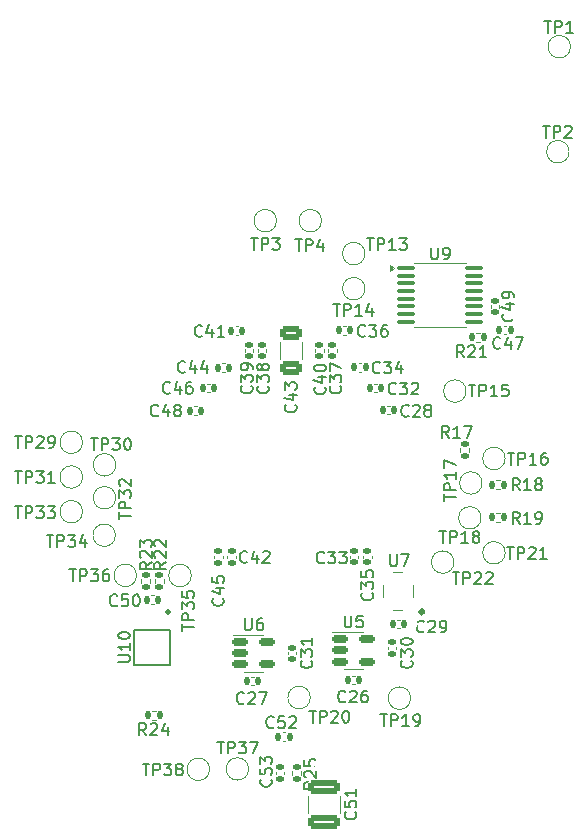
<source format=gto>
G04 #@! TF.GenerationSoftware,KiCad,Pcbnew,8.0.4*
G04 #@! TF.CreationDate,2024-12-27T03:35:07+01:00*
G04 #@! TF.ProjectId,nerdaxe-gamma,6e657264-6178-4652-9d67-616d6d612e6b,rev?*
G04 #@! TF.SameCoordinates,Original*
G04 #@! TF.FileFunction,Legend,Top*
G04 #@! TF.FilePolarity,Positive*
%FSLAX46Y46*%
G04 Gerber Fmt 4.6, Leading zero omitted, Abs format (unit mm)*
G04 Created by KiCad (PCBNEW 8.0.4) date 2024-12-27 03:35:07*
%MOMM*%
%LPD*%
G01*
G04 APERTURE LIST*
G04 Aperture macros list*
%AMRoundRect*
0 Rectangle with rounded corners*
0 $1 Rounding radius*
0 $2 $3 $4 $5 $6 $7 $8 $9 X,Y pos of 4 corners*
0 Add a 4 corners polygon primitive as box body*
4,1,4,$2,$3,$4,$5,$6,$7,$8,$9,$2,$3,0*
0 Add four circle primitives for the rounded corners*
1,1,$1+$1,$2,$3*
1,1,$1+$1,$4,$5*
1,1,$1+$1,$6,$7*
1,1,$1+$1,$8,$9*
0 Add four rect primitives between the rounded corners*
20,1,$1+$1,$2,$3,$4,$5,0*
20,1,$1+$1,$4,$5,$6,$7,0*
20,1,$1+$1,$6,$7,$8,$9,0*
20,1,$1+$1,$8,$9,$2,$3,0*%
G04 Aperture macros list end*
%ADD10C,0.150000*%
%ADD11C,0.120000*%
%ADD12C,0.313180*%
%ADD13C,0.254165*%
%ADD14C,1.500000*%
%ADD15C,1.700000*%
%ADD16RoundRect,0.135000X0.135000X0.185000X-0.135000X0.185000X-0.135000X-0.185000X0.135000X-0.185000X0*%
%ADD17RoundRect,0.250000X-1.100000X0.325000X-1.100000X-0.325000X1.100000X-0.325000X1.100000X0.325000X0*%
%ADD18C,2.000000*%
%ADD19RoundRect,0.140000X0.140000X0.170000X-0.140000X0.170000X-0.140000X-0.170000X0.140000X-0.170000X0*%
%ADD20RoundRect,0.140000X0.170000X-0.140000X0.170000X0.140000X-0.170000X0.140000X-0.170000X-0.140000X0*%
%ADD21RoundRect,0.140000X-0.170000X0.140000X-0.170000X-0.140000X0.170000X-0.140000X0.170000X0.140000X0*%
%ADD22RoundRect,0.135000X-0.185000X0.135000X-0.185000X-0.135000X0.185000X-0.135000X0.185000X0.135000X0*%
%ADD23C,3.000000*%
%ADD24RoundRect,0.150000X-0.512500X-0.150000X0.512500X-0.150000X0.512500X0.150000X-0.512500X0.150000X0*%
%ADD25R,1.100000X1.300000*%
%ADD26RoundRect,0.140000X-0.140000X-0.170000X0.140000X-0.170000X0.140000X0.170000X-0.140000X0.170000X0*%
%ADD27C,0.800000*%
%ADD28C,6.000000*%
%ADD29RoundRect,0.250000X-0.650000X0.325000X-0.650000X-0.325000X0.650000X-0.325000X0.650000X0.325000X0*%
%ADD30RoundRect,0.135000X0.185000X-0.135000X0.185000X0.135000X-0.185000X0.135000X-0.185000X-0.135000X0*%
%ADD31R,0.400000X1.100000*%
%ADD32C,3.500000*%
%ADD33RoundRect,0.100000X-0.637500X-0.100000X0.637500X-0.100000X0.637500X0.100000X-0.637500X0.100000X0*%
%ADD34RoundRect,0.135000X-0.135000X-0.185000X0.135000X-0.185000X0.135000X0.185000X-0.135000X0.185000X0*%
%ADD35C,0.400000*%
%ADD36C,1.295400*%
%ADD37C,1.574800*%
%ADD38C,1.800000*%
%ADD39C,1.600000*%
%ADD40C,0.500000*%
%ADD41C,1.000000*%
G04 APERTURE END LIST*
D10*
X127008095Y-85817819D02*
X127579523Y-85817819D01*
X127293809Y-86817819D02*
X127293809Y-85817819D01*
X127912857Y-86817819D02*
X127912857Y-85817819D01*
X127912857Y-85817819D02*
X128293809Y-85817819D01*
X128293809Y-85817819D02*
X128389047Y-85865438D01*
X128389047Y-85865438D02*
X128436666Y-85913057D01*
X128436666Y-85913057D02*
X128484285Y-86008295D01*
X128484285Y-86008295D02*
X128484285Y-86151152D01*
X128484285Y-86151152D02*
X128436666Y-86246390D01*
X128436666Y-86246390D02*
X128389047Y-86294009D01*
X128389047Y-86294009D02*
X128293809Y-86341628D01*
X128293809Y-86341628D02*
X127912857Y-86341628D01*
X128865238Y-85913057D02*
X128912857Y-85865438D01*
X128912857Y-85865438D02*
X129008095Y-85817819D01*
X129008095Y-85817819D02*
X129246190Y-85817819D01*
X129246190Y-85817819D02*
X129341428Y-85865438D01*
X129341428Y-85865438D02*
X129389047Y-85913057D01*
X129389047Y-85913057D02*
X129436666Y-86008295D01*
X129436666Y-86008295D02*
X129436666Y-86103533D01*
X129436666Y-86103533D02*
X129389047Y-86246390D01*
X129389047Y-86246390D02*
X128817619Y-86817819D01*
X128817619Y-86817819D02*
X129436666Y-86817819D01*
X127135095Y-76927819D02*
X127706523Y-76927819D01*
X127420809Y-77927819D02*
X127420809Y-76927819D01*
X128039857Y-77927819D02*
X128039857Y-76927819D01*
X128039857Y-76927819D02*
X128420809Y-76927819D01*
X128420809Y-76927819D02*
X128516047Y-76975438D01*
X128516047Y-76975438D02*
X128563666Y-77023057D01*
X128563666Y-77023057D02*
X128611285Y-77118295D01*
X128611285Y-77118295D02*
X128611285Y-77261152D01*
X128611285Y-77261152D02*
X128563666Y-77356390D01*
X128563666Y-77356390D02*
X128516047Y-77404009D01*
X128516047Y-77404009D02*
X128420809Y-77451628D01*
X128420809Y-77451628D02*
X128039857Y-77451628D01*
X129563666Y-77927819D02*
X128992238Y-77927819D01*
X129277952Y-77927819D02*
X129277952Y-76927819D01*
X129277952Y-76927819D02*
X129182714Y-77070676D01*
X129182714Y-77070676D02*
X129087476Y-77165914D01*
X129087476Y-77165914D02*
X128992238Y-77213533D01*
X120307142Y-105414819D02*
X119973809Y-104938628D01*
X119735714Y-105414819D02*
X119735714Y-104414819D01*
X119735714Y-104414819D02*
X120116666Y-104414819D01*
X120116666Y-104414819D02*
X120211904Y-104462438D01*
X120211904Y-104462438D02*
X120259523Y-104510057D01*
X120259523Y-104510057D02*
X120307142Y-104605295D01*
X120307142Y-104605295D02*
X120307142Y-104748152D01*
X120307142Y-104748152D02*
X120259523Y-104843390D01*
X120259523Y-104843390D02*
X120211904Y-104891009D01*
X120211904Y-104891009D02*
X120116666Y-104938628D01*
X120116666Y-104938628D02*
X119735714Y-104938628D01*
X120688095Y-104510057D02*
X120735714Y-104462438D01*
X120735714Y-104462438D02*
X120830952Y-104414819D01*
X120830952Y-104414819D02*
X121069047Y-104414819D01*
X121069047Y-104414819D02*
X121164285Y-104462438D01*
X121164285Y-104462438D02*
X121211904Y-104510057D01*
X121211904Y-104510057D02*
X121259523Y-104605295D01*
X121259523Y-104605295D02*
X121259523Y-104700533D01*
X121259523Y-104700533D02*
X121211904Y-104843390D01*
X121211904Y-104843390D02*
X120640476Y-105414819D01*
X120640476Y-105414819D02*
X121259523Y-105414819D01*
X122211904Y-105414819D02*
X121640476Y-105414819D01*
X121926190Y-105414819D02*
X121926190Y-104414819D01*
X121926190Y-104414819D02*
X121830952Y-104557676D01*
X121830952Y-104557676D02*
X121735714Y-104652914D01*
X121735714Y-104652914D02*
X121640476Y-104700533D01*
X111117580Y-143898857D02*
X111165200Y-143946476D01*
X111165200Y-143946476D02*
X111212819Y-144089333D01*
X111212819Y-144089333D02*
X111212819Y-144184571D01*
X111212819Y-144184571D02*
X111165200Y-144327428D01*
X111165200Y-144327428D02*
X111069961Y-144422666D01*
X111069961Y-144422666D02*
X110974723Y-144470285D01*
X110974723Y-144470285D02*
X110784247Y-144517904D01*
X110784247Y-144517904D02*
X110641390Y-144517904D01*
X110641390Y-144517904D02*
X110450914Y-144470285D01*
X110450914Y-144470285D02*
X110355676Y-144422666D01*
X110355676Y-144422666D02*
X110260438Y-144327428D01*
X110260438Y-144327428D02*
X110212819Y-144184571D01*
X110212819Y-144184571D02*
X110212819Y-144089333D01*
X110212819Y-144089333D02*
X110260438Y-143946476D01*
X110260438Y-143946476D02*
X110308057Y-143898857D01*
X110212819Y-142994095D02*
X110212819Y-143470285D01*
X110212819Y-143470285D02*
X110689009Y-143517904D01*
X110689009Y-143517904D02*
X110641390Y-143470285D01*
X110641390Y-143470285D02*
X110593771Y-143375047D01*
X110593771Y-143375047D02*
X110593771Y-143136952D01*
X110593771Y-143136952D02*
X110641390Y-143041714D01*
X110641390Y-143041714D02*
X110689009Y-142994095D01*
X110689009Y-142994095D02*
X110784247Y-142946476D01*
X110784247Y-142946476D02*
X111022342Y-142946476D01*
X111022342Y-142946476D02*
X111117580Y-142994095D01*
X111117580Y-142994095D02*
X111165200Y-143041714D01*
X111165200Y-143041714D02*
X111212819Y-143136952D01*
X111212819Y-143136952D02*
X111212819Y-143375047D01*
X111212819Y-143375047D02*
X111165200Y-143470285D01*
X111165200Y-143470285D02*
X111117580Y-143517904D01*
X111212819Y-141994095D02*
X111212819Y-142565523D01*
X111212819Y-142279809D02*
X110212819Y-142279809D01*
X110212819Y-142279809D02*
X110355676Y-142375047D01*
X110355676Y-142375047D02*
X110450914Y-142470285D01*
X110450914Y-142470285D02*
X110498533Y-142565523D01*
X113231905Y-135644819D02*
X113803333Y-135644819D01*
X113517619Y-136644819D02*
X113517619Y-135644819D01*
X114136667Y-136644819D02*
X114136667Y-135644819D01*
X114136667Y-135644819D02*
X114517619Y-135644819D01*
X114517619Y-135644819D02*
X114612857Y-135692438D01*
X114612857Y-135692438D02*
X114660476Y-135740057D01*
X114660476Y-135740057D02*
X114708095Y-135835295D01*
X114708095Y-135835295D02*
X114708095Y-135978152D01*
X114708095Y-135978152D02*
X114660476Y-136073390D01*
X114660476Y-136073390D02*
X114612857Y-136121009D01*
X114612857Y-136121009D02*
X114517619Y-136168628D01*
X114517619Y-136168628D02*
X114136667Y-136168628D01*
X115660476Y-136644819D02*
X115089048Y-136644819D01*
X115374762Y-136644819D02*
X115374762Y-135644819D01*
X115374762Y-135644819D02*
X115279524Y-135787676D01*
X115279524Y-135787676D02*
X115184286Y-135882914D01*
X115184286Y-135882914D02*
X115089048Y-135930533D01*
X116136667Y-136644819D02*
X116327143Y-136644819D01*
X116327143Y-136644819D02*
X116422381Y-136597200D01*
X116422381Y-136597200D02*
X116470000Y-136549580D01*
X116470000Y-136549580D02*
X116565238Y-136406723D01*
X116565238Y-136406723D02*
X116612857Y-136216247D01*
X116612857Y-136216247D02*
X116612857Y-135835295D01*
X116612857Y-135835295D02*
X116565238Y-135740057D01*
X116565238Y-135740057D02*
X116517619Y-135692438D01*
X116517619Y-135692438D02*
X116422381Y-135644819D01*
X116422381Y-135644819D02*
X116231905Y-135644819D01*
X116231905Y-135644819D02*
X116136667Y-135692438D01*
X116136667Y-135692438D02*
X116089048Y-135740057D01*
X116089048Y-135740057D02*
X116041429Y-135835295D01*
X116041429Y-135835295D02*
X116041429Y-136073390D01*
X116041429Y-136073390D02*
X116089048Y-136168628D01*
X116089048Y-136168628D02*
X116136667Y-136216247D01*
X116136667Y-136216247D02*
X116231905Y-136263866D01*
X116231905Y-136263866D02*
X116422381Y-136263866D01*
X116422381Y-136263866D02*
X116517619Y-136216247D01*
X116517619Y-136216247D02*
X116565238Y-136168628D01*
X116565238Y-136168628D02*
X116612857Y-136073390D01*
X98137142Y-103589580D02*
X98089523Y-103637200D01*
X98089523Y-103637200D02*
X97946666Y-103684819D01*
X97946666Y-103684819D02*
X97851428Y-103684819D01*
X97851428Y-103684819D02*
X97708571Y-103637200D01*
X97708571Y-103637200D02*
X97613333Y-103541961D01*
X97613333Y-103541961D02*
X97565714Y-103446723D01*
X97565714Y-103446723D02*
X97518095Y-103256247D01*
X97518095Y-103256247D02*
X97518095Y-103113390D01*
X97518095Y-103113390D02*
X97565714Y-102922914D01*
X97565714Y-102922914D02*
X97613333Y-102827676D01*
X97613333Y-102827676D02*
X97708571Y-102732438D01*
X97708571Y-102732438D02*
X97851428Y-102684819D01*
X97851428Y-102684819D02*
X97946666Y-102684819D01*
X97946666Y-102684819D02*
X98089523Y-102732438D01*
X98089523Y-102732438D02*
X98137142Y-102780057D01*
X98994285Y-103018152D02*
X98994285Y-103684819D01*
X98756190Y-102637200D02*
X98518095Y-103351485D01*
X98518095Y-103351485D02*
X99137142Y-103351485D01*
X100041904Y-103684819D02*
X99470476Y-103684819D01*
X99756190Y-103684819D02*
X99756190Y-102684819D01*
X99756190Y-102684819D02*
X99660952Y-102827676D01*
X99660952Y-102827676D02*
X99565714Y-102922914D01*
X99565714Y-102922914D02*
X99470476Y-102970533D01*
X123961905Y-121484819D02*
X124533333Y-121484819D01*
X124247619Y-122484819D02*
X124247619Y-121484819D01*
X124866667Y-122484819D02*
X124866667Y-121484819D01*
X124866667Y-121484819D02*
X125247619Y-121484819D01*
X125247619Y-121484819D02*
X125342857Y-121532438D01*
X125342857Y-121532438D02*
X125390476Y-121580057D01*
X125390476Y-121580057D02*
X125438095Y-121675295D01*
X125438095Y-121675295D02*
X125438095Y-121818152D01*
X125438095Y-121818152D02*
X125390476Y-121913390D01*
X125390476Y-121913390D02*
X125342857Y-121961009D01*
X125342857Y-121961009D02*
X125247619Y-122008628D01*
X125247619Y-122008628D02*
X124866667Y-122008628D01*
X125819048Y-121580057D02*
X125866667Y-121532438D01*
X125866667Y-121532438D02*
X125961905Y-121484819D01*
X125961905Y-121484819D02*
X126200000Y-121484819D01*
X126200000Y-121484819D02*
X126295238Y-121532438D01*
X126295238Y-121532438D02*
X126342857Y-121580057D01*
X126342857Y-121580057D02*
X126390476Y-121675295D01*
X126390476Y-121675295D02*
X126390476Y-121770533D01*
X126390476Y-121770533D02*
X126342857Y-121913390D01*
X126342857Y-121913390D02*
X125771429Y-122484819D01*
X125771429Y-122484819D02*
X126390476Y-122484819D01*
X127342857Y-122484819D02*
X126771429Y-122484819D01*
X127057143Y-122484819D02*
X127057143Y-121484819D01*
X127057143Y-121484819D02*
X126961905Y-121627676D01*
X126961905Y-121627676D02*
X126866667Y-121722914D01*
X126866667Y-121722914D02*
X126771429Y-121770533D01*
X118241905Y-120124819D02*
X118813333Y-120124819D01*
X118527619Y-121124819D02*
X118527619Y-120124819D01*
X119146667Y-121124819D02*
X119146667Y-120124819D01*
X119146667Y-120124819D02*
X119527619Y-120124819D01*
X119527619Y-120124819D02*
X119622857Y-120172438D01*
X119622857Y-120172438D02*
X119670476Y-120220057D01*
X119670476Y-120220057D02*
X119718095Y-120315295D01*
X119718095Y-120315295D02*
X119718095Y-120458152D01*
X119718095Y-120458152D02*
X119670476Y-120553390D01*
X119670476Y-120553390D02*
X119622857Y-120601009D01*
X119622857Y-120601009D02*
X119527619Y-120648628D01*
X119527619Y-120648628D02*
X119146667Y-120648628D01*
X120670476Y-121124819D02*
X120099048Y-121124819D01*
X120384762Y-121124819D02*
X120384762Y-120124819D01*
X120384762Y-120124819D02*
X120289524Y-120267676D01*
X120289524Y-120267676D02*
X120194286Y-120362914D01*
X120194286Y-120362914D02*
X120099048Y-120410533D01*
X121241905Y-120553390D02*
X121146667Y-120505771D01*
X121146667Y-120505771D02*
X121099048Y-120458152D01*
X121099048Y-120458152D02*
X121051429Y-120362914D01*
X121051429Y-120362914D02*
X121051429Y-120315295D01*
X121051429Y-120315295D02*
X121099048Y-120220057D01*
X121099048Y-120220057D02*
X121146667Y-120172438D01*
X121146667Y-120172438D02*
X121241905Y-120124819D01*
X121241905Y-120124819D02*
X121432381Y-120124819D01*
X121432381Y-120124819D02*
X121527619Y-120172438D01*
X121527619Y-120172438D02*
X121575238Y-120220057D01*
X121575238Y-120220057D02*
X121622857Y-120315295D01*
X121622857Y-120315295D02*
X121622857Y-120362914D01*
X121622857Y-120362914D02*
X121575238Y-120458152D01*
X121575238Y-120458152D02*
X121527619Y-120505771D01*
X121527619Y-120505771D02*
X121432381Y-120553390D01*
X121432381Y-120553390D02*
X121241905Y-120553390D01*
X121241905Y-120553390D02*
X121146667Y-120601009D01*
X121146667Y-120601009D02*
X121099048Y-120648628D01*
X121099048Y-120648628D02*
X121051429Y-120743866D01*
X121051429Y-120743866D02*
X121051429Y-120934342D01*
X121051429Y-120934342D02*
X121099048Y-121029580D01*
X121099048Y-121029580D02*
X121146667Y-121077200D01*
X121146667Y-121077200D02*
X121241905Y-121124819D01*
X121241905Y-121124819D02*
X121432381Y-121124819D01*
X121432381Y-121124819D02*
X121527619Y-121077200D01*
X121527619Y-121077200D02*
X121575238Y-121029580D01*
X121575238Y-121029580D02*
X121622857Y-120934342D01*
X121622857Y-120934342D02*
X121622857Y-120743866D01*
X121622857Y-120743866D02*
X121575238Y-120648628D01*
X121575238Y-120648628D02*
X121527619Y-120601009D01*
X121527619Y-120601009D02*
X121432381Y-120553390D01*
X101967142Y-122729580D02*
X101919523Y-122777200D01*
X101919523Y-122777200D02*
X101776666Y-122824819D01*
X101776666Y-122824819D02*
X101681428Y-122824819D01*
X101681428Y-122824819D02*
X101538571Y-122777200D01*
X101538571Y-122777200D02*
X101443333Y-122681961D01*
X101443333Y-122681961D02*
X101395714Y-122586723D01*
X101395714Y-122586723D02*
X101348095Y-122396247D01*
X101348095Y-122396247D02*
X101348095Y-122253390D01*
X101348095Y-122253390D02*
X101395714Y-122062914D01*
X101395714Y-122062914D02*
X101443333Y-121967676D01*
X101443333Y-121967676D02*
X101538571Y-121872438D01*
X101538571Y-121872438D02*
X101681428Y-121824819D01*
X101681428Y-121824819D02*
X101776666Y-121824819D01*
X101776666Y-121824819D02*
X101919523Y-121872438D01*
X101919523Y-121872438D02*
X101967142Y-121920057D01*
X102824285Y-122158152D02*
X102824285Y-122824819D01*
X102586190Y-121777200D02*
X102348095Y-122491485D01*
X102348095Y-122491485D02*
X102967142Y-122491485D01*
X103300476Y-121920057D02*
X103348095Y-121872438D01*
X103348095Y-121872438D02*
X103443333Y-121824819D01*
X103443333Y-121824819D02*
X103681428Y-121824819D01*
X103681428Y-121824819D02*
X103776666Y-121872438D01*
X103776666Y-121872438D02*
X103824285Y-121920057D01*
X103824285Y-121920057D02*
X103871904Y-122015295D01*
X103871904Y-122015295D02*
X103871904Y-122110533D01*
X103871904Y-122110533D02*
X103824285Y-122253390D01*
X103824285Y-122253390D02*
X103252857Y-122824819D01*
X103252857Y-122824819D02*
X103871904Y-122824819D01*
X108534780Y-107942857D02*
X108582400Y-107990476D01*
X108582400Y-107990476D02*
X108630019Y-108133333D01*
X108630019Y-108133333D02*
X108630019Y-108228571D01*
X108630019Y-108228571D02*
X108582400Y-108371428D01*
X108582400Y-108371428D02*
X108487161Y-108466666D01*
X108487161Y-108466666D02*
X108391923Y-108514285D01*
X108391923Y-108514285D02*
X108201447Y-108561904D01*
X108201447Y-108561904D02*
X108058590Y-108561904D01*
X108058590Y-108561904D02*
X107868114Y-108514285D01*
X107868114Y-108514285D02*
X107772876Y-108466666D01*
X107772876Y-108466666D02*
X107677638Y-108371428D01*
X107677638Y-108371428D02*
X107630019Y-108228571D01*
X107630019Y-108228571D02*
X107630019Y-108133333D01*
X107630019Y-108133333D02*
X107677638Y-107990476D01*
X107677638Y-107990476D02*
X107725257Y-107942857D01*
X107963352Y-107085714D02*
X108630019Y-107085714D01*
X107582400Y-107323809D02*
X108296685Y-107561904D01*
X108296685Y-107561904D02*
X108296685Y-106942857D01*
X107630019Y-106371428D02*
X107630019Y-106276190D01*
X107630019Y-106276190D02*
X107677638Y-106180952D01*
X107677638Y-106180952D02*
X107725257Y-106133333D01*
X107725257Y-106133333D02*
X107820495Y-106085714D01*
X107820495Y-106085714D02*
X108010971Y-106038095D01*
X108010971Y-106038095D02*
X108249066Y-106038095D01*
X108249066Y-106038095D02*
X108439542Y-106085714D01*
X108439542Y-106085714D02*
X108534780Y-106133333D01*
X108534780Y-106133333D02*
X108582400Y-106180952D01*
X108582400Y-106180952D02*
X108630019Y-106276190D01*
X108630019Y-106276190D02*
X108630019Y-106371428D01*
X108630019Y-106371428D02*
X108582400Y-106466666D01*
X108582400Y-106466666D02*
X108534780Y-106514285D01*
X108534780Y-106514285D02*
X108439542Y-106561904D01*
X108439542Y-106561904D02*
X108249066Y-106609523D01*
X108249066Y-106609523D02*
X108010971Y-106609523D01*
X108010971Y-106609523D02*
X107820495Y-106561904D01*
X107820495Y-106561904D02*
X107725257Y-106514285D01*
X107725257Y-106514285D02*
X107677638Y-106466666D01*
X107677638Y-106466666D02*
X107630019Y-106371428D01*
X93884819Y-122752857D02*
X93408628Y-123086190D01*
X93884819Y-123324285D02*
X92884819Y-123324285D01*
X92884819Y-123324285D02*
X92884819Y-122943333D01*
X92884819Y-122943333D02*
X92932438Y-122848095D01*
X92932438Y-122848095D02*
X92980057Y-122800476D01*
X92980057Y-122800476D02*
X93075295Y-122752857D01*
X93075295Y-122752857D02*
X93218152Y-122752857D01*
X93218152Y-122752857D02*
X93313390Y-122800476D01*
X93313390Y-122800476D02*
X93361009Y-122848095D01*
X93361009Y-122848095D02*
X93408628Y-122943333D01*
X93408628Y-122943333D02*
X93408628Y-123324285D01*
X92980057Y-122371904D02*
X92932438Y-122324285D01*
X92932438Y-122324285D02*
X92884819Y-122229047D01*
X92884819Y-122229047D02*
X92884819Y-121990952D01*
X92884819Y-121990952D02*
X92932438Y-121895714D01*
X92932438Y-121895714D02*
X92980057Y-121848095D01*
X92980057Y-121848095D02*
X93075295Y-121800476D01*
X93075295Y-121800476D02*
X93170533Y-121800476D01*
X93170533Y-121800476D02*
X93313390Y-121848095D01*
X93313390Y-121848095D02*
X93884819Y-122419523D01*
X93884819Y-122419523D02*
X93884819Y-121800476D01*
X92884819Y-121467142D02*
X92884819Y-120848095D01*
X92884819Y-120848095D02*
X93265771Y-121181428D01*
X93265771Y-121181428D02*
X93265771Y-121038571D01*
X93265771Y-121038571D02*
X93313390Y-120943333D01*
X93313390Y-120943333D02*
X93361009Y-120895714D01*
X93361009Y-120895714D02*
X93456247Y-120848095D01*
X93456247Y-120848095D02*
X93694342Y-120848095D01*
X93694342Y-120848095D02*
X93789580Y-120895714D01*
X93789580Y-120895714D02*
X93837200Y-120943333D01*
X93837200Y-120943333D02*
X93884819Y-121038571D01*
X93884819Y-121038571D02*
X93884819Y-121324285D01*
X93884819Y-121324285D02*
X93837200Y-121419523D01*
X93837200Y-121419523D02*
X93789580Y-121467142D01*
X95437142Y-108399580D02*
X95389523Y-108447200D01*
X95389523Y-108447200D02*
X95246666Y-108494819D01*
X95246666Y-108494819D02*
X95151428Y-108494819D01*
X95151428Y-108494819D02*
X95008571Y-108447200D01*
X95008571Y-108447200D02*
X94913333Y-108351961D01*
X94913333Y-108351961D02*
X94865714Y-108256723D01*
X94865714Y-108256723D02*
X94818095Y-108066247D01*
X94818095Y-108066247D02*
X94818095Y-107923390D01*
X94818095Y-107923390D02*
X94865714Y-107732914D01*
X94865714Y-107732914D02*
X94913333Y-107637676D01*
X94913333Y-107637676D02*
X95008571Y-107542438D01*
X95008571Y-107542438D02*
X95151428Y-107494819D01*
X95151428Y-107494819D02*
X95246666Y-107494819D01*
X95246666Y-107494819D02*
X95389523Y-107542438D01*
X95389523Y-107542438D02*
X95437142Y-107590057D01*
X96294285Y-107828152D02*
X96294285Y-108494819D01*
X96056190Y-107447200D02*
X95818095Y-108161485D01*
X95818095Y-108161485D02*
X96437142Y-108161485D01*
X97246666Y-107494819D02*
X97056190Y-107494819D01*
X97056190Y-107494819D02*
X96960952Y-107542438D01*
X96960952Y-107542438D02*
X96913333Y-107590057D01*
X96913333Y-107590057D02*
X96818095Y-107732914D01*
X96818095Y-107732914D02*
X96770476Y-107923390D01*
X96770476Y-107923390D02*
X96770476Y-108304342D01*
X96770476Y-108304342D02*
X96818095Y-108399580D01*
X96818095Y-108399580D02*
X96865714Y-108447200D01*
X96865714Y-108447200D02*
X96960952Y-108494819D01*
X96960952Y-108494819D02*
X97151428Y-108494819D01*
X97151428Y-108494819D02*
X97246666Y-108447200D01*
X97246666Y-108447200D02*
X97294285Y-108399580D01*
X97294285Y-108399580D02*
X97341904Y-108304342D01*
X97341904Y-108304342D02*
X97341904Y-108066247D01*
X97341904Y-108066247D02*
X97294285Y-107971009D01*
X97294285Y-107971009D02*
X97246666Y-107923390D01*
X97246666Y-107923390D02*
X97151428Y-107875771D01*
X97151428Y-107875771D02*
X96960952Y-107875771D01*
X96960952Y-107875771D02*
X96865714Y-107923390D01*
X96865714Y-107923390D02*
X96818095Y-107971009D01*
X96818095Y-107971009D02*
X96770476Y-108066247D01*
X102324580Y-107842857D02*
X102372200Y-107890476D01*
X102372200Y-107890476D02*
X102419819Y-108033333D01*
X102419819Y-108033333D02*
X102419819Y-108128571D01*
X102419819Y-108128571D02*
X102372200Y-108271428D01*
X102372200Y-108271428D02*
X102276961Y-108366666D01*
X102276961Y-108366666D02*
X102181723Y-108414285D01*
X102181723Y-108414285D02*
X101991247Y-108461904D01*
X101991247Y-108461904D02*
X101848390Y-108461904D01*
X101848390Y-108461904D02*
X101657914Y-108414285D01*
X101657914Y-108414285D02*
X101562676Y-108366666D01*
X101562676Y-108366666D02*
X101467438Y-108271428D01*
X101467438Y-108271428D02*
X101419819Y-108128571D01*
X101419819Y-108128571D02*
X101419819Y-108033333D01*
X101419819Y-108033333D02*
X101467438Y-107890476D01*
X101467438Y-107890476D02*
X101515057Y-107842857D01*
X101419819Y-107509523D02*
X101419819Y-106890476D01*
X101419819Y-106890476D02*
X101800771Y-107223809D01*
X101800771Y-107223809D02*
X101800771Y-107080952D01*
X101800771Y-107080952D02*
X101848390Y-106985714D01*
X101848390Y-106985714D02*
X101896009Y-106938095D01*
X101896009Y-106938095D02*
X101991247Y-106890476D01*
X101991247Y-106890476D02*
X102229342Y-106890476D01*
X102229342Y-106890476D02*
X102324580Y-106938095D01*
X102324580Y-106938095D02*
X102372200Y-106985714D01*
X102372200Y-106985714D02*
X102419819Y-107080952D01*
X102419819Y-107080952D02*
X102419819Y-107366666D01*
X102419819Y-107366666D02*
X102372200Y-107461904D01*
X102372200Y-107461904D02*
X102324580Y-107509523D01*
X102419819Y-106414285D02*
X102419819Y-106223809D01*
X102419819Y-106223809D02*
X102372200Y-106128571D01*
X102372200Y-106128571D02*
X102324580Y-106080952D01*
X102324580Y-106080952D02*
X102181723Y-105985714D01*
X102181723Y-105985714D02*
X101991247Y-105938095D01*
X101991247Y-105938095D02*
X101610295Y-105938095D01*
X101610295Y-105938095D02*
X101515057Y-105985714D01*
X101515057Y-105985714D02*
X101467438Y-106033333D01*
X101467438Y-106033333D02*
X101419819Y-106128571D01*
X101419819Y-106128571D02*
X101419819Y-106319047D01*
X101419819Y-106319047D02*
X101467438Y-106414285D01*
X101467438Y-106414285D02*
X101515057Y-106461904D01*
X101515057Y-106461904D02*
X101610295Y-106509523D01*
X101610295Y-106509523D02*
X101848390Y-106509523D01*
X101848390Y-106509523D02*
X101943628Y-106461904D01*
X101943628Y-106461904D02*
X101991247Y-106414285D01*
X101991247Y-106414285D02*
X102038866Y-106319047D01*
X102038866Y-106319047D02*
X102038866Y-106128571D01*
X102038866Y-106128571D02*
X101991247Y-106033333D01*
X101991247Y-106033333D02*
X101943628Y-105985714D01*
X101943628Y-105985714D02*
X101848390Y-105938095D01*
X101768095Y-127524819D02*
X101768095Y-128334342D01*
X101768095Y-128334342D02*
X101815714Y-128429580D01*
X101815714Y-128429580D02*
X101863333Y-128477200D01*
X101863333Y-128477200D02*
X101958571Y-128524819D01*
X101958571Y-128524819D02*
X102149047Y-128524819D01*
X102149047Y-128524819D02*
X102244285Y-128477200D01*
X102244285Y-128477200D02*
X102291904Y-128429580D01*
X102291904Y-128429580D02*
X102339523Y-128334342D01*
X102339523Y-128334342D02*
X102339523Y-127524819D01*
X103244285Y-127524819D02*
X103053809Y-127524819D01*
X103053809Y-127524819D02*
X102958571Y-127572438D01*
X102958571Y-127572438D02*
X102910952Y-127620057D01*
X102910952Y-127620057D02*
X102815714Y-127762914D01*
X102815714Y-127762914D02*
X102768095Y-127953390D01*
X102768095Y-127953390D02*
X102768095Y-128334342D01*
X102768095Y-128334342D02*
X102815714Y-128429580D01*
X102815714Y-128429580D02*
X102863333Y-128477200D01*
X102863333Y-128477200D02*
X102958571Y-128524819D01*
X102958571Y-128524819D02*
X103149047Y-128524819D01*
X103149047Y-128524819D02*
X103244285Y-128477200D01*
X103244285Y-128477200D02*
X103291904Y-128429580D01*
X103291904Y-128429580D02*
X103339523Y-128334342D01*
X103339523Y-128334342D02*
X103339523Y-128096247D01*
X103339523Y-128096247D02*
X103291904Y-128001009D01*
X103291904Y-128001009D02*
X103244285Y-127953390D01*
X103244285Y-127953390D02*
X103149047Y-127905771D01*
X103149047Y-127905771D02*
X102958571Y-127905771D01*
X102958571Y-127905771D02*
X102863333Y-127953390D01*
X102863333Y-127953390D02*
X102815714Y-128001009D01*
X102815714Y-128001009D02*
X102768095Y-128096247D01*
X112101905Y-95334819D02*
X112673333Y-95334819D01*
X112387619Y-96334819D02*
X112387619Y-95334819D01*
X113006667Y-96334819D02*
X113006667Y-95334819D01*
X113006667Y-95334819D02*
X113387619Y-95334819D01*
X113387619Y-95334819D02*
X113482857Y-95382438D01*
X113482857Y-95382438D02*
X113530476Y-95430057D01*
X113530476Y-95430057D02*
X113578095Y-95525295D01*
X113578095Y-95525295D02*
X113578095Y-95668152D01*
X113578095Y-95668152D02*
X113530476Y-95763390D01*
X113530476Y-95763390D02*
X113482857Y-95811009D01*
X113482857Y-95811009D02*
X113387619Y-95858628D01*
X113387619Y-95858628D02*
X113006667Y-95858628D01*
X114530476Y-96334819D02*
X113959048Y-96334819D01*
X114244762Y-96334819D02*
X114244762Y-95334819D01*
X114244762Y-95334819D02*
X114149524Y-95477676D01*
X114149524Y-95477676D02*
X114054286Y-95572914D01*
X114054286Y-95572914D02*
X113959048Y-95620533D01*
X114863810Y-95334819D02*
X115482857Y-95334819D01*
X115482857Y-95334819D02*
X115149524Y-95715771D01*
X115149524Y-95715771D02*
X115292381Y-95715771D01*
X115292381Y-95715771D02*
X115387619Y-95763390D01*
X115387619Y-95763390D02*
X115435238Y-95811009D01*
X115435238Y-95811009D02*
X115482857Y-95906247D01*
X115482857Y-95906247D02*
X115482857Y-96144342D01*
X115482857Y-96144342D02*
X115435238Y-96239580D01*
X115435238Y-96239580D02*
X115387619Y-96287200D01*
X115387619Y-96287200D02*
X115292381Y-96334819D01*
X115292381Y-96334819D02*
X115006667Y-96334819D01*
X115006667Y-96334819D02*
X114911429Y-96287200D01*
X114911429Y-96287200D02*
X114863810Y-96239580D01*
X99445905Y-137952819D02*
X100017333Y-137952819D01*
X99731619Y-138952819D02*
X99731619Y-137952819D01*
X100350667Y-138952819D02*
X100350667Y-137952819D01*
X100350667Y-137952819D02*
X100731619Y-137952819D01*
X100731619Y-137952819D02*
X100826857Y-138000438D01*
X100826857Y-138000438D02*
X100874476Y-138048057D01*
X100874476Y-138048057D02*
X100922095Y-138143295D01*
X100922095Y-138143295D02*
X100922095Y-138286152D01*
X100922095Y-138286152D02*
X100874476Y-138381390D01*
X100874476Y-138381390D02*
X100826857Y-138429009D01*
X100826857Y-138429009D02*
X100731619Y-138476628D01*
X100731619Y-138476628D02*
X100350667Y-138476628D01*
X101255429Y-137952819D02*
X101874476Y-137952819D01*
X101874476Y-137952819D02*
X101541143Y-138333771D01*
X101541143Y-138333771D02*
X101684000Y-138333771D01*
X101684000Y-138333771D02*
X101779238Y-138381390D01*
X101779238Y-138381390D02*
X101826857Y-138429009D01*
X101826857Y-138429009D02*
X101874476Y-138524247D01*
X101874476Y-138524247D02*
X101874476Y-138762342D01*
X101874476Y-138762342D02*
X101826857Y-138857580D01*
X101826857Y-138857580D02*
X101779238Y-138905200D01*
X101779238Y-138905200D02*
X101684000Y-138952819D01*
X101684000Y-138952819D02*
X101398286Y-138952819D01*
X101398286Y-138952819D02*
X101303048Y-138905200D01*
X101303048Y-138905200D02*
X101255429Y-138857580D01*
X102207810Y-137952819D02*
X102874476Y-137952819D01*
X102874476Y-137952819D02*
X102445905Y-138952819D01*
X96464819Y-128568094D02*
X96464819Y-127996666D01*
X97464819Y-128282380D02*
X96464819Y-128282380D01*
X97464819Y-127663332D02*
X96464819Y-127663332D01*
X96464819Y-127663332D02*
X96464819Y-127282380D01*
X96464819Y-127282380D02*
X96512438Y-127187142D01*
X96512438Y-127187142D02*
X96560057Y-127139523D01*
X96560057Y-127139523D02*
X96655295Y-127091904D01*
X96655295Y-127091904D02*
X96798152Y-127091904D01*
X96798152Y-127091904D02*
X96893390Y-127139523D01*
X96893390Y-127139523D02*
X96941009Y-127187142D01*
X96941009Y-127187142D02*
X96988628Y-127282380D01*
X96988628Y-127282380D02*
X96988628Y-127663332D01*
X96464819Y-126758570D02*
X96464819Y-126139523D01*
X96464819Y-126139523D02*
X96845771Y-126472856D01*
X96845771Y-126472856D02*
X96845771Y-126329999D01*
X96845771Y-126329999D02*
X96893390Y-126234761D01*
X96893390Y-126234761D02*
X96941009Y-126187142D01*
X96941009Y-126187142D02*
X97036247Y-126139523D01*
X97036247Y-126139523D02*
X97274342Y-126139523D01*
X97274342Y-126139523D02*
X97369580Y-126187142D01*
X97369580Y-126187142D02*
X97417200Y-126234761D01*
X97417200Y-126234761D02*
X97464819Y-126329999D01*
X97464819Y-126329999D02*
X97464819Y-126615713D01*
X97464819Y-126615713D02*
X97417200Y-126710951D01*
X97417200Y-126710951D02*
X97369580Y-126758570D01*
X96464819Y-125234761D02*
X96464819Y-125710951D01*
X96464819Y-125710951D02*
X96941009Y-125758570D01*
X96941009Y-125758570D02*
X96893390Y-125710951D01*
X96893390Y-125710951D02*
X96845771Y-125615713D01*
X96845771Y-125615713D02*
X96845771Y-125377618D01*
X96845771Y-125377618D02*
X96893390Y-125282380D01*
X96893390Y-125282380D02*
X96941009Y-125234761D01*
X96941009Y-125234761D02*
X97036247Y-125187142D01*
X97036247Y-125187142D02*
X97274342Y-125187142D01*
X97274342Y-125187142D02*
X97369580Y-125234761D01*
X97369580Y-125234761D02*
X97417200Y-125282380D01*
X97417200Y-125282380D02*
X97464819Y-125377618D01*
X97464819Y-125377618D02*
X97464819Y-125615713D01*
X97464819Y-125615713D02*
X97417200Y-125710951D01*
X97417200Y-125710951D02*
X97369580Y-125758570D01*
X93125905Y-139822819D02*
X93697333Y-139822819D01*
X93411619Y-140822819D02*
X93411619Y-139822819D01*
X94030667Y-140822819D02*
X94030667Y-139822819D01*
X94030667Y-139822819D02*
X94411619Y-139822819D01*
X94411619Y-139822819D02*
X94506857Y-139870438D01*
X94506857Y-139870438D02*
X94554476Y-139918057D01*
X94554476Y-139918057D02*
X94602095Y-140013295D01*
X94602095Y-140013295D02*
X94602095Y-140156152D01*
X94602095Y-140156152D02*
X94554476Y-140251390D01*
X94554476Y-140251390D02*
X94506857Y-140299009D01*
X94506857Y-140299009D02*
X94411619Y-140346628D01*
X94411619Y-140346628D02*
X94030667Y-140346628D01*
X94935429Y-139822819D02*
X95554476Y-139822819D01*
X95554476Y-139822819D02*
X95221143Y-140203771D01*
X95221143Y-140203771D02*
X95364000Y-140203771D01*
X95364000Y-140203771D02*
X95459238Y-140251390D01*
X95459238Y-140251390D02*
X95506857Y-140299009D01*
X95506857Y-140299009D02*
X95554476Y-140394247D01*
X95554476Y-140394247D02*
X95554476Y-140632342D01*
X95554476Y-140632342D02*
X95506857Y-140727580D01*
X95506857Y-140727580D02*
X95459238Y-140775200D01*
X95459238Y-140775200D02*
X95364000Y-140822819D01*
X95364000Y-140822819D02*
X95078286Y-140822819D01*
X95078286Y-140822819D02*
X94983048Y-140775200D01*
X94983048Y-140775200D02*
X94935429Y-140727580D01*
X96125905Y-140251390D02*
X96030667Y-140203771D01*
X96030667Y-140203771D02*
X95983048Y-140156152D01*
X95983048Y-140156152D02*
X95935429Y-140060914D01*
X95935429Y-140060914D02*
X95935429Y-140013295D01*
X95935429Y-140013295D02*
X95983048Y-139918057D01*
X95983048Y-139918057D02*
X96030667Y-139870438D01*
X96030667Y-139870438D02*
X96125905Y-139822819D01*
X96125905Y-139822819D02*
X96316381Y-139822819D01*
X96316381Y-139822819D02*
X96411619Y-139870438D01*
X96411619Y-139870438D02*
X96459238Y-139918057D01*
X96459238Y-139918057D02*
X96506857Y-140013295D01*
X96506857Y-140013295D02*
X96506857Y-140060914D01*
X96506857Y-140060914D02*
X96459238Y-140156152D01*
X96459238Y-140156152D02*
X96411619Y-140203771D01*
X96411619Y-140203771D02*
X96316381Y-140251390D01*
X96316381Y-140251390D02*
X96125905Y-140251390D01*
X96125905Y-140251390D02*
X96030667Y-140299009D01*
X96030667Y-140299009D02*
X95983048Y-140346628D01*
X95983048Y-140346628D02*
X95935429Y-140441866D01*
X95935429Y-140441866D02*
X95935429Y-140632342D01*
X95935429Y-140632342D02*
X95983048Y-140727580D01*
X95983048Y-140727580D02*
X96030667Y-140775200D01*
X96030667Y-140775200D02*
X96125905Y-140822819D01*
X96125905Y-140822819D02*
X96316381Y-140822819D01*
X96316381Y-140822819D02*
X96411619Y-140775200D01*
X96411619Y-140775200D02*
X96459238Y-140727580D01*
X96459238Y-140727580D02*
X96506857Y-140632342D01*
X96506857Y-140632342D02*
X96506857Y-140441866D01*
X96506857Y-140441866D02*
X96459238Y-140346628D01*
X96459238Y-140346628D02*
X96411619Y-140299009D01*
X96411619Y-140299009D02*
X96316381Y-140251390D01*
X82301905Y-118044819D02*
X82873333Y-118044819D01*
X82587619Y-119044819D02*
X82587619Y-118044819D01*
X83206667Y-119044819D02*
X83206667Y-118044819D01*
X83206667Y-118044819D02*
X83587619Y-118044819D01*
X83587619Y-118044819D02*
X83682857Y-118092438D01*
X83682857Y-118092438D02*
X83730476Y-118140057D01*
X83730476Y-118140057D02*
X83778095Y-118235295D01*
X83778095Y-118235295D02*
X83778095Y-118378152D01*
X83778095Y-118378152D02*
X83730476Y-118473390D01*
X83730476Y-118473390D02*
X83682857Y-118521009D01*
X83682857Y-118521009D02*
X83587619Y-118568628D01*
X83587619Y-118568628D02*
X83206667Y-118568628D01*
X84111429Y-118044819D02*
X84730476Y-118044819D01*
X84730476Y-118044819D02*
X84397143Y-118425771D01*
X84397143Y-118425771D02*
X84540000Y-118425771D01*
X84540000Y-118425771D02*
X84635238Y-118473390D01*
X84635238Y-118473390D02*
X84682857Y-118521009D01*
X84682857Y-118521009D02*
X84730476Y-118616247D01*
X84730476Y-118616247D02*
X84730476Y-118854342D01*
X84730476Y-118854342D02*
X84682857Y-118949580D01*
X84682857Y-118949580D02*
X84635238Y-118997200D01*
X84635238Y-118997200D02*
X84540000Y-119044819D01*
X84540000Y-119044819D02*
X84254286Y-119044819D01*
X84254286Y-119044819D02*
X84159048Y-118997200D01*
X84159048Y-118997200D02*
X84111429Y-118949580D01*
X85063810Y-118044819D02*
X85682857Y-118044819D01*
X85682857Y-118044819D02*
X85349524Y-118425771D01*
X85349524Y-118425771D02*
X85492381Y-118425771D01*
X85492381Y-118425771D02*
X85587619Y-118473390D01*
X85587619Y-118473390D02*
X85635238Y-118521009D01*
X85635238Y-118521009D02*
X85682857Y-118616247D01*
X85682857Y-118616247D02*
X85682857Y-118854342D01*
X85682857Y-118854342D02*
X85635238Y-118949580D01*
X85635238Y-118949580D02*
X85587619Y-118997200D01*
X85587619Y-118997200D02*
X85492381Y-119044819D01*
X85492381Y-119044819D02*
X85206667Y-119044819D01*
X85206667Y-119044819D02*
X85111429Y-118997200D01*
X85111429Y-118997200D02*
X85063810Y-118949580D01*
X102283095Y-95307819D02*
X102854523Y-95307819D01*
X102568809Y-96307819D02*
X102568809Y-95307819D01*
X103187857Y-96307819D02*
X103187857Y-95307819D01*
X103187857Y-95307819D02*
X103568809Y-95307819D01*
X103568809Y-95307819D02*
X103664047Y-95355438D01*
X103664047Y-95355438D02*
X103711666Y-95403057D01*
X103711666Y-95403057D02*
X103759285Y-95498295D01*
X103759285Y-95498295D02*
X103759285Y-95641152D01*
X103759285Y-95641152D02*
X103711666Y-95736390D01*
X103711666Y-95736390D02*
X103664047Y-95784009D01*
X103664047Y-95784009D02*
X103568809Y-95831628D01*
X103568809Y-95831628D02*
X103187857Y-95831628D01*
X104092619Y-95307819D02*
X104711666Y-95307819D01*
X104711666Y-95307819D02*
X104378333Y-95688771D01*
X104378333Y-95688771D02*
X104521190Y-95688771D01*
X104521190Y-95688771D02*
X104616428Y-95736390D01*
X104616428Y-95736390D02*
X104664047Y-95784009D01*
X104664047Y-95784009D02*
X104711666Y-95879247D01*
X104711666Y-95879247D02*
X104711666Y-96117342D01*
X104711666Y-96117342D02*
X104664047Y-96212580D01*
X104664047Y-96212580D02*
X104616428Y-96260200D01*
X104616428Y-96260200D02*
X104521190Y-96307819D01*
X104521190Y-96307819D02*
X104235476Y-96307819D01*
X104235476Y-96307819D02*
X104140238Y-96260200D01*
X104140238Y-96260200D02*
X104092619Y-96212580D01*
X99909580Y-125832857D02*
X99957200Y-125880476D01*
X99957200Y-125880476D02*
X100004819Y-126023333D01*
X100004819Y-126023333D02*
X100004819Y-126118571D01*
X100004819Y-126118571D02*
X99957200Y-126261428D01*
X99957200Y-126261428D02*
X99861961Y-126356666D01*
X99861961Y-126356666D02*
X99766723Y-126404285D01*
X99766723Y-126404285D02*
X99576247Y-126451904D01*
X99576247Y-126451904D02*
X99433390Y-126451904D01*
X99433390Y-126451904D02*
X99242914Y-126404285D01*
X99242914Y-126404285D02*
X99147676Y-126356666D01*
X99147676Y-126356666D02*
X99052438Y-126261428D01*
X99052438Y-126261428D02*
X99004819Y-126118571D01*
X99004819Y-126118571D02*
X99004819Y-126023333D01*
X99004819Y-126023333D02*
X99052438Y-125880476D01*
X99052438Y-125880476D02*
X99100057Y-125832857D01*
X99338152Y-124975714D02*
X100004819Y-124975714D01*
X98957200Y-125213809D02*
X99671485Y-125451904D01*
X99671485Y-125451904D02*
X99671485Y-124832857D01*
X99004819Y-123975714D02*
X99004819Y-124451904D01*
X99004819Y-124451904D02*
X99481009Y-124499523D01*
X99481009Y-124499523D02*
X99433390Y-124451904D01*
X99433390Y-124451904D02*
X99385771Y-124356666D01*
X99385771Y-124356666D02*
X99385771Y-124118571D01*
X99385771Y-124118571D02*
X99433390Y-124023333D01*
X99433390Y-124023333D02*
X99481009Y-123975714D01*
X99481009Y-123975714D02*
X99576247Y-123928095D01*
X99576247Y-123928095D02*
X99814342Y-123928095D01*
X99814342Y-123928095D02*
X99909580Y-123975714D01*
X99909580Y-123975714D02*
X99957200Y-124023333D01*
X99957200Y-124023333D02*
X100004819Y-124118571D01*
X100004819Y-124118571D02*
X100004819Y-124356666D01*
X100004819Y-124356666D02*
X99957200Y-124451904D01*
X99957200Y-124451904D02*
X99909580Y-124499523D01*
X112539580Y-125362857D02*
X112587200Y-125410476D01*
X112587200Y-125410476D02*
X112634819Y-125553333D01*
X112634819Y-125553333D02*
X112634819Y-125648571D01*
X112634819Y-125648571D02*
X112587200Y-125791428D01*
X112587200Y-125791428D02*
X112491961Y-125886666D01*
X112491961Y-125886666D02*
X112396723Y-125934285D01*
X112396723Y-125934285D02*
X112206247Y-125981904D01*
X112206247Y-125981904D02*
X112063390Y-125981904D01*
X112063390Y-125981904D02*
X111872914Y-125934285D01*
X111872914Y-125934285D02*
X111777676Y-125886666D01*
X111777676Y-125886666D02*
X111682438Y-125791428D01*
X111682438Y-125791428D02*
X111634819Y-125648571D01*
X111634819Y-125648571D02*
X111634819Y-125553333D01*
X111634819Y-125553333D02*
X111682438Y-125410476D01*
X111682438Y-125410476D02*
X111730057Y-125362857D01*
X111634819Y-125029523D02*
X111634819Y-124410476D01*
X111634819Y-124410476D02*
X112015771Y-124743809D01*
X112015771Y-124743809D02*
X112015771Y-124600952D01*
X112015771Y-124600952D02*
X112063390Y-124505714D01*
X112063390Y-124505714D02*
X112111009Y-124458095D01*
X112111009Y-124458095D02*
X112206247Y-124410476D01*
X112206247Y-124410476D02*
X112444342Y-124410476D01*
X112444342Y-124410476D02*
X112539580Y-124458095D01*
X112539580Y-124458095D02*
X112587200Y-124505714D01*
X112587200Y-124505714D02*
X112634819Y-124600952D01*
X112634819Y-124600952D02*
X112634819Y-124886666D01*
X112634819Y-124886666D02*
X112587200Y-124981904D01*
X112587200Y-124981904D02*
X112539580Y-125029523D01*
X111634819Y-123505714D02*
X111634819Y-123981904D01*
X111634819Y-123981904D02*
X112111009Y-124029523D01*
X112111009Y-124029523D02*
X112063390Y-123981904D01*
X112063390Y-123981904D02*
X112015771Y-123886666D01*
X112015771Y-123886666D02*
X112015771Y-123648571D01*
X112015771Y-123648571D02*
X112063390Y-123553333D01*
X112063390Y-123553333D02*
X112111009Y-123505714D01*
X112111009Y-123505714D02*
X112206247Y-123458095D01*
X112206247Y-123458095D02*
X112444342Y-123458095D01*
X112444342Y-123458095D02*
X112539580Y-123505714D01*
X112539580Y-123505714D02*
X112587200Y-123553333D01*
X112587200Y-123553333D02*
X112634819Y-123648571D01*
X112634819Y-123648571D02*
X112634819Y-123886666D01*
X112634819Y-123886666D02*
X112587200Y-123981904D01*
X112587200Y-123981904D02*
X112539580Y-124029523D01*
X114068095Y-122104819D02*
X114068095Y-122914342D01*
X114068095Y-122914342D02*
X114115714Y-123009580D01*
X114115714Y-123009580D02*
X114163333Y-123057200D01*
X114163333Y-123057200D02*
X114258571Y-123104819D01*
X114258571Y-123104819D02*
X114449047Y-123104819D01*
X114449047Y-123104819D02*
X114544285Y-123057200D01*
X114544285Y-123057200D02*
X114591904Y-123009580D01*
X114591904Y-123009580D02*
X114639523Y-122914342D01*
X114639523Y-122914342D02*
X114639523Y-122104819D01*
X115020476Y-122104819D02*
X115687142Y-122104819D01*
X115687142Y-122104819D02*
X115258571Y-123104819D01*
X101687142Y-134689580D02*
X101639523Y-134737200D01*
X101639523Y-134737200D02*
X101496666Y-134784819D01*
X101496666Y-134784819D02*
X101401428Y-134784819D01*
X101401428Y-134784819D02*
X101258571Y-134737200D01*
X101258571Y-134737200D02*
X101163333Y-134641961D01*
X101163333Y-134641961D02*
X101115714Y-134546723D01*
X101115714Y-134546723D02*
X101068095Y-134356247D01*
X101068095Y-134356247D02*
X101068095Y-134213390D01*
X101068095Y-134213390D02*
X101115714Y-134022914D01*
X101115714Y-134022914D02*
X101163333Y-133927676D01*
X101163333Y-133927676D02*
X101258571Y-133832438D01*
X101258571Y-133832438D02*
X101401428Y-133784819D01*
X101401428Y-133784819D02*
X101496666Y-133784819D01*
X101496666Y-133784819D02*
X101639523Y-133832438D01*
X101639523Y-133832438D02*
X101687142Y-133880057D01*
X102068095Y-133880057D02*
X102115714Y-133832438D01*
X102115714Y-133832438D02*
X102210952Y-133784819D01*
X102210952Y-133784819D02*
X102449047Y-133784819D01*
X102449047Y-133784819D02*
X102544285Y-133832438D01*
X102544285Y-133832438D02*
X102591904Y-133880057D01*
X102591904Y-133880057D02*
X102639523Y-133975295D01*
X102639523Y-133975295D02*
X102639523Y-134070533D01*
X102639523Y-134070533D02*
X102591904Y-134213390D01*
X102591904Y-134213390D02*
X102020476Y-134784819D01*
X102020476Y-134784819D02*
X102639523Y-134784819D01*
X102972857Y-133784819D02*
X103639523Y-133784819D01*
X103639523Y-133784819D02*
X103210952Y-134784819D01*
X106033095Y-95427819D02*
X106604523Y-95427819D01*
X106318809Y-96427819D02*
X106318809Y-95427819D01*
X106937857Y-96427819D02*
X106937857Y-95427819D01*
X106937857Y-95427819D02*
X107318809Y-95427819D01*
X107318809Y-95427819D02*
X107414047Y-95475438D01*
X107414047Y-95475438D02*
X107461666Y-95523057D01*
X107461666Y-95523057D02*
X107509285Y-95618295D01*
X107509285Y-95618295D02*
X107509285Y-95761152D01*
X107509285Y-95761152D02*
X107461666Y-95856390D01*
X107461666Y-95856390D02*
X107414047Y-95904009D01*
X107414047Y-95904009D02*
X107318809Y-95951628D01*
X107318809Y-95951628D02*
X106937857Y-95951628D01*
X108366428Y-95761152D02*
X108366428Y-96427819D01*
X108128333Y-95380200D02*
X107890238Y-96094485D01*
X107890238Y-96094485D02*
X108509285Y-96094485D01*
X116927142Y-128609580D02*
X116879523Y-128657200D01*
X116879523Y-128657200D02*
X116736666Y-128704819D01*
X116736666Y-128704819D02*
X116641428Y-128704819D01*
X116641428Y-128704819D02*
X116498571Y-128657200D01*
X116498571Y-128657200D02*
X116403333Y-128561961D01*
X116403333Y-128561961D02*
X116355714Y-128466723D01*
X116355714Y-128466723D02*
X116308095Y-128276247D01*
X116308095Y-128276247D02*
X116308095Y-128133390D01*
X116308095Y-128133390D02*
X116355714Y-127942914D01*
X116355714Y-127942914D02*
X116403333Y-127847676D01*
X116403333Y-127847676D02*
X116498571Y-127752438D01*
X116498571Y-127752438D02*
X116641428Y-127704819D01*
X116641428Y-127704819D02*
X116736666Y-127704819D01*
X116736666Y-127704819D02*
X116879523Y-127752438D01*
X116879523Y-127752438D02*
X116927142Y-127800057D01*
X117308095Y-127800057D02*
X117355714Y-127752438D01*
X117355714Y-127752438D02*
X117450952Y-127704819D01*
X117450952Y-127704819D02*
X117689047Y-127704819D01*
X117689047Y-127704819D02*
X117784285Y-127752438D01*
X117784285Y-127752438D02*
X117831904Y-127800057D01*
X117831904Y-127800057D02*
X117879523Y-127895295D01*
X117879523Y-127895295D02*
X117879523Y-127990533D01*
X117879523Y-127990533D02*
X117831904Y-128133390D01*
X117831904Y-128133390D02*
X117260476Y-128704819D01*
X117260476Y-128704819D02*
X117879523Y-128704819D01*
X118355714Y-128704819D02*
X118546190Y-128704819D01*
X118546190Y-128704819D02*
X118641428Y-128657200D01*
X118641428Y-128657200D02*
X118689047Y-128609580D01*
X118689047Y-128609580D02*
X118784285Y-128466723D01*
X118784285Y-128466723D02*
X118831904Y-128276247D01*
X118831904Y-128276247D02*
X118831904Y-127895295D01*
X118831904Y-127895295D02*
X118784285Y-127800057D01*
X118784285Y-127800057D02*
X118736666Y-127752438D01*
X118736666Y-127752438D02*
X118641428Y-127704819D01*
X118641428Y-127704819D02*
X118450952Y-127704819D01*
X118450952Y-127704819D02*
X118355714Y-127752438D01*
X118355714Y-127752438D02*
X118308095Y-127800057D01*
X118308095Y-127800057D02*
X118260476Y-127895295D01*
X118260476Y-127895295D02*
X118260476Y-128133390D01*
X118260476Y-128133390D02*
X118308095Y-128228628D01*
X118308095Y-128228628D02*
X118355714Y-128276247D01*
X118355714Y-128276247D02*
X118450952Y-128323866D01*
X118450952Y-128323866D02*
X118641428Y-128323866D01*
X118641428Y-128323866D02*
X118736666Y-128276247D01*
X118736666Y-128276247D02*
X118784285Y-128228628D01*
X118784285Y-128228628D02*
X118831904Y-128133390D01*
X109251905Y-100894819D02*
X109823333Y-100894819D01*
X109537619Y-101894819D02*
X109537619Y-100894819D01*
X110156667Y-101894819D02*
X110156667Y-100894819D01*
X110156667Y-100894819D02*
X110537619Y-100894819D01*
X110537619Y-100894819D02*
X110632857Y-100942438D01*
X110632857Y-100942438D02*
X110680476Y-100990057D01*
X110680476Y-100990057D02*
X110728095Y-101085295D01*
X110728095Y-101085295D02*
X110728095Y-101228152D01*
X110728095Y-101228152D02*
X110680476Y-101323390D01*
X110680476Y-101323390D02*
X110632857Y-101371009D01*
X110632857Y-101371009D02*
X110537619Y-101418628D01*
X110537619Y-101418628D02*
X110156667Y-101418628D01*
X111680476Y-101894819D02*
X111109048Y-101894819D01*
X111394762Y-101894819D02*
X111394762Y-100894819D01*
X111394762Y-100894819D02*
X111299524Y-101037676D01*
X111299524Y-101037676D02*
X111204286Y-101132914D01*
X111204286Y-101132914D02*
X111109048Y-101180533D01*
X112537619Y-101228152D02*
X112537619Y-101894819D01*
X112299524Y-100847200D02*
X112061429Y-101561485D01*
X112061429Y-101561485D02*
X112680476Y-101561485D01*
X125027142Y-119514819D02*
X124693809Y-119038628D01*
X124455714Y-119514819D02*
X124455714Y-118514819D01*
X124455714Y-118514819D02*
X124836666Y-118514819D01*
X124836666Y-118514819D02*
X124931904Y-118562438D01*
X124931904Y-118562438D02*
X124979523Y-118610057D01*
X124979523Y-118610057D02*
X125027142Y-118705295D01*
X125027142Y-118705295D02*
X125027142Y-118848152D01*
X125027142Y-118848152D02*
X124979523Y-118943390D01*
X124979523Y-118943390D02*
X124931904Y-118991009D01*
X124931904Y-118991009D02*
X124836666Y-119038628D01*
X124836666Y-119038628D02*
X124455714Y-119038628D01*
X125979523Y-119514819D02*
X125408095Y-119514819D01*
X125693809Y-119514819D02*
X125693809Y-118514819D01*
X125693809Y-118514819D02*
X125598571Y-118657676D01*
X125598571Y-118657676D02*
X125503333Y-118752914D01*
X125503333Y-118752914D02*
X125408095Y-118800533D01*
X126455714Y-119514819D02*
X126646190Y-119514819D01*
X126646190Y-119514819D02*
X126741428Y-119467200D01*
X126741428Y-119467200D02*
X126789047Y-119419580D01*
X126789047Y-119419580D02*
X126884285Y-119276723D01*
X126884285Y-119276723D02*
X126931904Y-119086247D01*
X126931904Y-119086247D02*
X126931904Y-118705295D01*
X126931904Y-118705295D02*
X126884285Y-118610057D01*
X126884285Y-118610057D02*
X126836666Y-118562438D01*
X126836666Y-118562438D02*
X126741428Y-118514819D01*
X126741428Y-118514819D02*
X126550952Y-118514819D01*
X126550952Y-118514819D02*
X126455714Y-118562438D01*
X126455714Y-118562438D02*
X126408095Y-118610057D01*
X126408095Y-118610057D02*
X126360476Y-118705295D01*
X126360476Y-118705295D02*
X126360476Y-118943390D01*
X126360476Y-118943390D02*
X126408095Y-119038628D01*
X126408095Y-119038628D02*
X126455714Y-119086247D01*
X126455714Y-119086247D02*
X126550952Y-119133866D01*
X126550952Y-119133866D02*
X126741428Y-119133866D01*
X126741428Y-119133866D02*
X126836666Y-119086247D01*
X126836666Y-119086247D02*
X126884285Y-119038628D01*
X126884285Y-119038628D02*
X126931904Y-118943390D01*
X86921905Y-123374819D02*
X87493333Y-123374819D01*
X87207619Y-124374819D02*
X87207619Y-123374819D01*
X87826667Y-124374819D02*
X87826667Y-123374819D01*
X87826667Y-123374819D02*
X88207619Y-123374819D01*
X88207619Y-123374819D02*
X88302857Y-123422438D01*
X88302857Y-123422438D02*
X88350476Y-123470057D01*
X88350476Y-123470057D02*
X88398095Y-123565295D01*
X88398095Y-123565295D02*
X88398095Y-123708152D01*
X88398095Y-123708152D02*
X88350476Y-123803390D01*
X88350476Y-123803390D02*
X88302857Y-123851009D01*
X88302857Y-123851009D02*
X88207619Y-123898628D01*
X88207619Y-123898628D02*
X87826667Y-123898628D01*
X88731429Y-123374819D02*
X89350476Y-123374819D01*
X89350476Y-123374819D02*
X89017143Y-123755771D01*
X89017143Y-123755771D02*
X89160000Y-123755771D01*
X89160000Y-123755771D02*
X89255238Y-123803390D01*
X89255238Y-123803390D02*
X89302857Y-123851009D01*
X89302857Y-123851009D02*
X89350476Y-123946247D01*
X89350476Y-123946247D02*
X89350476Y-124184342D01*
X89350476Y-124184342D02*
X89302857Y-124279580D01*
X89302857Y-124279580D02*
X89255238Y-124327200D01*
X89255238Y-124327200D02*
X89160000Y-124374819D01*
X89160000Y-124374819D02*
X88874286Y-124374819D01*
X88874286Y-124374819D02*
X88779048Y-124327200D01*
X88779048Y-124327200D02*
X88731429Y-124279580D01*
X90207619Y-123374819D02*
X90017143Y-123374819D01*
X90017143Y-123374819D02*
X89921905Y-123422438D01*
X89921905Y-123422438D02*
X89874286Y-123470057D01*
X89874286Y-123470057D02*
X89779048Y-123612914D01*
X89779048Y-123612914D02*
X89731429Y-123803390D01*
X89731429Y-123803390D02*
X89731429Y-124184342D01*
X89731429Y-124184342D02*
X89779048Y-124279580D01*
X89779048Y-124279580D02*
X89826667Y-124327200D01*
X89826667Y-124327200D02*
X89921905Y-124374819D01*
X89921905Y-124374819D02*
X90112381Y-124374819D01*
X90112381Y-124374819D02*
X90207619Y-124327200D01*
X90207619Y-124327200D02*
X90255238Y-124279580D01*
X90255238Y-124279580D02*
X90302857Y-124184342D01*
X90302857Y-124184342D02*
X90302857Y-123946247D01*
X90302857Y-123946247D02*
X90255238Y-123851009D01*
X90255238Y-123851009D02*
X90207619Y-123803390D01*
X90207619Y-123803390D02*
X90112381Y-123755771D01*
X90112381Y-123755771D02*
X89921905Y-123755771D01*
X89921905Y-123755771D02*
X89826667Y-123803390D01*
X89826667Y-123803390D02*
X89779048Y-123851009D01*
X89779048Y-123851009D02*
X89731429Y-123946247D01*
X106059580Y-109442857D02*
X106107200Y-109490476D01*
X106107200Y-109490476D02*
X106154819Y-109633333D01*
X106154819Y-109633333D02*
X106154819Y-109728571D01*
X106154819Y-109728571D02*
X106107200Y-109871428D01*
X106107200Y-109871428D02*
X106011961Y-109966666D01*
X106011961Y-109966666D02*
X105916723Y-110014285D01*
X105916723Y-110014285D02*
X105726247Y-110061904D01*
X105726247Y-110061904D02*
X105583390Y-110061904D01*
X105583390Y-110061904D02*
X105392914Y-110014285D01*
X105392914Y-110014285D02*
X105297676Y-109966666D01*
X105297676Y-109966666D02*
X105202438Y-109871428D01*
X105202438Y-109871428D02*
X105154819Y-109728571D01*
X105154819Y-109728571D02*
X105154819Y-109633333D01*
X105154819Y-109633333D02*
X105202438Y-109490476D01*
X105202438Y-109490476D02*
X105250057Y-109442857D01*
X105488152Y-108585714D02*
X106154819Y-108585714D01*
X105107200Y-108823809D02*
X105821485Y-109061904D01*
X105821485Y-109061904D02*
X105821485Y-108442857D01*
X105154819Y-108157142D02*
X105154819Y-107538095D01*
X105154819Y-107538095D02*
X105535771Y-107871428D01*
X105535771Y-107871428D02*
X105535771Y-107728571D01*
X105535771Y-107728571D02*
X105583390Y-107633333D01*
X105583390Y-107633333D02*
X105631009Y-107585714D01*
X105631009Y-107585714D02*
X105726247Y-107538095D01*
X105726247Y-107538095D02*
X105964342Y-107538095D01*
X105964342Y-107538095D02*
X106059580Y-107585714D01*
X106059580Y-107585714D02*
X106107200Y-107633333D01*
X106107200Y-107633333D02*
X106154819Y-107728571D01*
X106154819Y-107728571D02*
X106154819Y-108014285D01*
X106154819Y-108014285D02*
X106107200Y-108109523D01*
X106107200Y-108109523D02*
X106059580Y-108157142D01*
X120721905Y-107724819D02*
X121293333Y-107724819D01*
X121007619Y-108724819D02*
X121007619Y-107724819D01*
X121626667Y-108724819D02*
X121626667Y-107724819D01*
X121626667Y-107724819D02*
X122007619Y-107724819D01*
X122007619Y-107724819D02*
X122102857Y-107772438D01*
X122102857Y-107772438D02*
X122150476Y-107820057D01*
X122150476Y-107820057D02*
X122198095Y-107915295D01*
X122198095Y-107915295D02*
X122198095Y-108058152D01*
X122198095Y-108058152D02*
X122150476Y-108153390D01*
X122150476Y-108153390D02*
X122102857Y-108201009D01*
X122102857Y-108201009D02*
X122007619Y-108248628D01*
X122007619Y-108248628D02*
X121626667Y-108248628D01*
X123150476Y-108724819D02*
X122579048Y-108724819D01*
X122864762Y-108724819D02*
X122864762Y-107724819D01*
X122864762Y-107724819D02*
X122769524Y-107867676D01*
X122769524Y-107867676D02*
X122674286Y-107962914D01*
X122674286Y-107962914D02*
X122579048Y-108010533D01*
X124055238Y-107724819D02*
X123579048Y-107724819D01*
X123579048Y-107724819D02*
X123531429Y-108201009D01*
X123531429Y-108201009D02*
X123579048Y-108153390D01*
X123579048Y-108153390D02*
X123674286Y-108105771D01*
X123674286Y-108105771D02*
X123912381Y-108105771D01*
X123912381Y-108105771D02*
X124007619Y-108153390D01*
X124007619Y-108153390D02*
X124055238Y-108201009D01*
X124055238Y-108201009D02*
X124102857Y-108296247D01*
X124102857Y-108296247D02*
X124102857Y-108534342D01*
X124102857Y-108534342D02*
X124055238Y-108629580D01*
X124055238Y-108629580D02*
X124007619Y-108677200D01*
X124007619Y-108677200D02*
X123912381Y-108724819D01*
X123912381Y-108724819D02*
X123674286Y-108724819D01*
X123674286Y-108724819D02*
X123579048Y-108677200D01*
X123579048Y-108677200D02*
X123531429Y-108629580D01*
X119371905Y-123614819D02*
X119943333Y-123614819D01*
X119657619Y-124614819D02*
X119657619Y-123614819D01*
X120276667Y-124614819D02*
X120276667Y-123614819D01*
X120276667Y-123614819D02*
X120657619Y-123614819D01*
X120657619Y-123614819D02*
X120752857Y-123662438D01*
X120752857Y-123662438D02*
X120800476Y-123710057D01*
X120800476Y-123710057D02*
X120848095Y-123805295D01*
X120848095Y-123805295D02*
X120848095Y-123948152D01*
X120848095Y-123948152D02*
X120800476Y-124043390D01*
X120800476Y-124043390D02*
X120752857Y-124091009D01*
X120752857Y-124091009D02*
X120657619Y-124138628D01*
X120657619Y-124138628D02*
X120276667Y-124138628D01*
X121229048Y-123710057D02*
X121276667Y-123662438D01*
X121276667Y-123662438D02*
X121371905Y-123614819D01*
X121371905Y-123614819D02*
X121610000Y-123614819D01*
X121610000Y-123614819D02*
X121705238Y-123662438D01*
X121705238Y-123662438D02*
X121752857Y-123710057D01*
X121752857Y-123710057D02*
X121800476Y-123805295D01*
X121800476Y-123805295D02*
X121800476Y-123900533D01*
X121800476Y-123900533D02*
X121752857Y-124043390D01*
X121752857Y-124043390D02*
X121181429Y-124614819D01*
X121181429Y-124614819D02*
X121800476Y-124614819D01*
X122181429Y-123710057D02*
X122229048Y-123662438D01*
X122229048Y-123662438D02*
X122324286Y-123614819D01*
X122324286Y-123614819D02*
X122562381Y-123614819D01*
X122562381Y-123614819D02*
X122657619Y-123662438D01*
X122657619Y-123662438D02*
X122705238Y-123710057D01*
X122705238Y-123710057D02*
X122752857Y-123805295D01*
X122752857Y-123805295D02*
X122752857Y-123900533D01*
X122752857Y-123900533D02*
X122705238Y-124043390D01*
X122705238Y-124043390D02*
X122133810Y-124614819D01*
X122133810Y-124614819D02*
X122752857Y-124614819D01*
X107818819Y-141370857D02*
X107342628Y-141704190D01*
X107818819Y-141942285D02*
X106818819Y-141942285D01*
X106818819Y-141942285D02*
X106818819Y-141561333D01*
X106818819Y-141561333D02*
X106866438Y-141466095D01*
X106866438Y-141466095D02*
X106914057Y-141418476D01*
X106914057Y-141418476D02*
X107009295Y-141370857D01*
X107009295Y-141370857D02*
X107152152Y-141370857D01*
X107152152Y-141370857D02*
X107247390Y-141418476D01*
X107247390Y-141418476D02*
X107295009Y-141466095D01*
X107295009Y-141466095D02*
X107342628Y-141561333D01*
X107342628Y-141561333D02*
X107342628Y-141942285D01*
X106914057Y-140989904D02*
X106866438Y-140942285D01*
X106866438Y-140942285D02*
X106818819Y-140847047D01*
X106818819Y-140847047D02*
X106818819Y-140608952D01*
X106818819Y-140608952D02*
X106866438Y-140513714D01*
X106866438Y-140513714D02*
X106914057Y-140466095D01*
X106914057Y-140466095D02*
X107009295Y-140418476D01*
X107009295Y-140418476D02*
X107104533Y-140418476D01*
X107104533Y-140418476D02*
X107247390Y-140466095D01*
X107247390Y-140466095D02*
X107818819Y-141037523D01*
X107818819Y-141037523D02*
X107818819Y-140418476D01*
X106818819Y-139513714D02*
X106818819Y-139989904D01*
X106818819Y-139989904D02*
X107295009Y-140037523D01*
X107295009Y-140037523D02*
X107247390Y-139989904D01*
X107247390Y-139989904D02*
X107199771Y-139894666D01*
X107199771Y-139894666D02*
X107199771Y-139656571D01*
X107199771Y-139656571D02*
X107247390Y-139561333D01*
X107247390Y-139561333D02*
X107295009Y-139513714D01*
X107295009Y-139513714D02*
X107390247Y-139466095D01*
X107390247Y-139466095D02*
X107628342Y-139466095D01*
X107628342Y-139466095D02*
X107723580Y-139513714D01*
X107723580Y-139513714D02*
X107771200Y-139561333D01*
X107771200Y-139561333D02*
X107818819Y-139656571D01*
X107818819Y-139656571D02*
X107818819Y-139894666D01*
X107818819Y-139894666D02*
X107771200Y-139989904D01*
X107771200Y-139989904D02*
X107723580Y-140037523D01*
X91049819Y-131198094D02*
X91859342Y-131198094D01*
X91859342Y-131198094D02*
X91954580Y-131150475D01*
X91954580Y-131150475D02*
X92002200Y-131102856D01*
X92002200Y-131102856D02*
X92049819Y-131007618D01*
X92049819Y-131007618D02*
X92049819Y-130817142D01*
X92049819Y-130817142D02*
X92002200Y-130721904D01*
X92002200Y-130721904D02*
X91954580Y-130674285D01*
X91954580Y-130674285D02*
X91859342Y-130626666D01*
X91859342Y-130626666D02*
X91049819Y-130626666D01*
X92049819Y-129626666D02*
X92049819Y-130198094D01*
X92049819Y-129912380D02*
X91049819Y-129912380D01*
X91049819Y-129912380D02*
X91192676Y-130007618D01*
X91192676Y-130007618D02*
X91287914Y-130102856D01*
X91287914Y-130102856D02*
X91335533Y-130198094D01*
X91049819Y-129007618D02*
X91049819Y-128912380D01*
X91049819Y-128912380D02*
X91097438Y-128817142D01*
X91097438Y-128817142D02*
X91145057Y-128769523D01*
X91145057Y-128769523D02*
X91240295Y-128721904D01*
X91240295Y-128721904D02*
X91430771Y-128674285D01*
X91430771Y-128674285D02*
X91668866Y-128674285D01*
X91668866Y-128674285D02*
X91859342Y-128721904D01*
X91859342Y-128721904D02*
X91954580Y-128769523D01*
X91954580Y-128769523D02*
X92002200Y-128817142D01*
X92002200Y-128817142D02*
X92049819Y-128912380D01*
X92049819Y-128912380D02*
X92049819Y-129007618D01*
X92049819Y-129007618D02*
X92002200Y-129102856D01*
X92002200Y-129102856D02*
X91954580Y-129150475D01*
X91954580Y-129150475D02*
X91859342Y-129198094D01*
X91859342Y-129198094D02*
X91668866Y-129245713D01*
X91668866Y-129245713D02*
X91430771Y-129245713D01*
X91430771Y-129245713D02*
X91240295Y-129198094D01*
X91240295Y-129198094D02*
X91145057Y-129150475D01*
X91145057Y-129150475D02*
X91097438Y-129102856D01*
X91097438Y-129102856D02*
X91049819Y-129007618D01*
X82301905Y-112078819D02*
X82873333Y-112078819D01*
X82587619Y-113078819D02*
X82587619Y-112078819D01*
X83206667Y-113078819D02*
X83206667Y-112078819D01*
X83206667Y-112078819D02*
X83587619Y-112078819D01*
X83587619Y-112078819D02*
X83682857Y-112126438D01*
X83682857Y-112126438D02*
X83730476Y-112174057D01*
X83730476Y-112174057D02*
X83778095Y-112269295D01*
X83778095Y-112269295D02*
X83778095Y-112412152D01*
X83778095Y-112412152D02*
X83730476Y-112507390D01*
X83730476Y-112507390D02*
X83682857Y-112555009D01*
X83682857Y-112555009D02*
X83587619Y-112602628D01*
X83587619Y-112602628D02*
X83206667Y-112602628D01*
X84159048Y-112174057D02*
X84206667Y-112126438D01*
X84206667Y-112126438D02*
X84301905Y-112078819D01*
X84301905Y-112078819D02*
X84540000Y-112078819D01*
X84540000Y-112078819D02*
X84635238Y-112126438D01*
X84635238Y-112126438D02*
X84682857Y-112174057D01*
X84682857Y-112174057D02*
X84730476Y-112269295D01*
X84730476Y-112269295D02*
X84730476Y-112364533D01*
X84730476Y-112364533D02*
X84682857Y-112507390D01*
X84682857Y-112507390D02*
X84111429Y-113078819D01*
X84111429Y-113078819D02*
X84730476Y-113078819D01*
X85206667Y-113078819D02*
X85397143Y-113078819D01*
X85397143Y-113078819D02*
X85492381Y-113031200D01*
X85492381Y-113031200D02*
X85540000Y-112983580D01*
X85540000Y-112983580D02*
X85635238Y-112840723D01*
X85635238Y-112840723D02*
X85682857Y-112650247D01*
X85682857Y-112650247D02*
X85682857Y-112269295D01*
X85682857Y-112269295D02*
X85635238Y-112174057D01*
X85635238Y-112174057D02*
X85587619Y-112126438D01*
X85587619Y-112126438D02*
X85492381Y-112078819D01*
X85492381Y-112078819D02*
X85301905Y-112078819D01*
X85301905Y-112078819D02*
X85206667Y-112126438D01*
X85206667Y-112126438D02*
X85159048Y-112174057D01*
X85159048Y-112174057D02*
X85111429Y-112269295D01*
X85111429Y-112269295D02*
X85111429Y-112507390D01*
X85111429Y-112507390D02*
X85159048Y-112602628D01*
X85159048Y-112602628D02*
X85206667Y-112650247D01*
X85206667Y-112650247D02*
X85301905Y-112697866D01*
X85301905Y-112697866D02*
X85492381Y-112697866D01*
X85492381Y-112697866D02*
X85587619Y-112650247D01*
X85587619Y-112650247D02*
X85635238Y-112602628D01*
X85635238Y-112602628D02*
X85682857Y-112507390D01*
X110219095Y-127283819D02*
X110219095Y-128093342D01*
X110219095Y-128093342D02*
X110266714Y-128188580D01*
X110266714Y-128188580D02*
X110314333Y-128236200D01*
X110314333Y-128236200D02*
X110409571Y-128283819D01*
X110409571Y-128283819D02*
X110600047Y-128283819D01*
X110600047Y-128283819D02*
X110695285Y-128236200D01*
X110695285Y-128236200D02*
X110742904Y-128188580D01*
X110742904Y-128188580D02*
X110790523Y-128093342D01*
X110790523Y-128093342D02*
X110790523Y-127283819D01*
X111742904Y-127283819D02*
X111266714Y-127283819D01*
X111266714Y-127283819D02*
X111219095Y-127760009D01*
X111219095Y-127760009D02*
X111266714Y-127712390D01*
X111266714Y-127712390D02*
X111361952Y-127664771D01*
X111361952Y-127664771D02*
X111600047Y-127664771D01*
X111600047Y-127664771D02*
X111695285Y-127712390D01*
X111695285Y-127712390D02*
X111742904Y-127760009D01*
X111742904Y-127760009D02*
X111790523Y-127855247D01*
X111790523Y-127855247D02*
X111790523Y-128093342D01*
X111790523Y-128093342D02*
X111742904Y-128188580D01*
X111742904Y-128188580D02*
X111695285Y-128236200D01*
X111695285Y-128236200D02*
X111600047Y-128283819D01*
X111600047Y-128283819D02*
X111361952Y-128283819D01*
X111361952Y-128283819D02*
X111266714Y-128236200D01*
X111266714Y-128236200D02*
X111219095Y-128188580D01*
X124449580Y-101762857D02*
X124497200Y-101810476D01*
X124497200Y-101810476D02*
X124544819Y-101953333D01*
X124544819Y-101953333D02*
X124544819Y-102048571D01*
X124544819Y-102048571D02*
X124497200Y-102191428D01*
X124497200Y-102191428D02*
X124401961Y-102286666D01*
X124401961Y-102286666D02*
X124306723Y-102334285D01*
X124306723Y-102334285D02*
X124116247Y-102381904D01*
X124116247Y-102381904D02*
X123973390Y-102381904D01*
X123973390Y-102381904D02*
X123782914Y-102334285D01*
X123782914Y-102334285D02*
X123687676Y-102286666D01*
X123687676Y-102286666D02*
X123592438Y-102191428D01*
X123592438Y-102191428D02*
X123544819Y-102048571D01*
X123544819Y-102048571D02*
X123544819Y-101953333D01*
X123544819Y-101953333D02*
X123592438Y-101810476D01*
X123592438Y-101810476D02*
X123640057Y-101762857D01*
X123878152Y-100905714D02*
X124544819Y-100905714D01*
X123497200Y-101143809D02*
X124211485Y-101381904D01*
X124211485Y-101381904D02*
X124211485Y-100762857D01*
X124544819Y-100334285D02*
X124544819Y-100143809D01*
X124544819Y-100143809D02*
X124497200Y-100048571D01*
X124497200Y-100048571D02*
X124449580Y-100000952D01*
X124449580Y-100000952D02*
X124306723Y-99905714D01*
X124306723Y-99905714D02*
X124116247Y-99858095D01*
X124116247Y-99858095D02*
X123735295Y-99858095D01*
X123735295Y-99858095D02*
X123640057Y-99905714D01*
X123640057Y-99905714D02*
X123592438Y-99953333D01*
X123592438Y-99953333D02*
X123544819Y-100048571D01*
X123544819Y-100048571D02*
X123544819Y-100239047D01*
X123544819Y-100239047D02*
X123592438Y-100334285D01*
X123592438Y-100334285D02*
X123640057Y-100381904D01*
X123640057Y-100381904D02*
X123735295Y-100429523D01*
X123735295Y-100429523D02*
X123973390Y-100429523D01*
X123973390Y-100429523D02*
X124068628Y-100381904D01*
X124068628Y-100381904D02*
X124116247Y-100334285D01*
X124116247Y-100334285D02*
X124163866Y-100239047D01*
X124163866Y-100239047D02*
X124163866Y-100048571D01*
X124163866Y-100048571D02*
X124116247Y-99953333D01*
X124116247Y-99953333D02*
X124068628Y-99905714D01*
X124068628Y-99905714D02*
X123973390Y-99858095D01*
X103704580Y-107862857D02*
X103752200Y-107910476D01*
X103752200Y-107910476D02*
X103799819Y-108053333D01*
X103799819Y-108053333D02*
X103799819Y-108148571D01*
X103799819Y-108148571D02*
X103752200Y-108291428D01*
X103752200Y-108291428D02*
X103656961Y-108386666D01*
X103656961Y-108386666D02*
X103561723Y-108434285D01*
X103561723Y-108434285D02*
X103371247Y-108481904D01*
X103371247Y-108481904D02*
X103228390Y-108481904D01*
X103228390Y-108481904D02*
X103037914Y-108434285D01*
X103037914Y-108434285D02*
X102942676Y-108386666D01*
X102942676Y-108386666D02*
X102847438Y-108291428D01*
X102847438Y-108291428D02*
X102799819Y-108148571D01*
X102799819Y-108148571D02*
X102799819Y-108053333D01*
X102799819Y-108053333D02*
X102847438Y-107910476D01*
X102847438Y-107910476D02*
X102895057Y-107862857D01*
X102799819Y-107529523D02*
X102799819Y-106910476D01*
X102799819Y-106910476D02*
X103180771Y-107243809D01*
X103180771Y-107243809D02*
X103180771Y-107100952D01*
X103180771Y-107100952D02*
X103228390Y-107005714D01*
X103228390Y-107005714D02*
X103276009Y-106958095D01*
X103276009Y-106958095D02*
X103371247Y-106910476D01*
X103371247Y-106910476D02*
X103609342Y-106910476D01*
X103609342Y-106910476D02*
X103704580Y-106958095D01*
X103704580Y-106958095D02*
X103752200Y-107005714D01*
X103752200Y-107005714D02*
X103799819Y-107100952D01*
X103799819Y-107100952D02*
X103799819Y-107386666D01*
X103799819Y-107386666D02*
X103752200Y-107481904D01*
X103752200Y-107481904D02*
X103704580Y-107529523D01*
X103228390Y-106339047D02*
X103180771Y-106434285D01*
X103180771Y-106434285D02*
X103133152Y-106481904D01*
X103133152Y-106481904D02*
X103037914Y-106529523D01*
X103037914Y-106529523D02*
X102990295Y-106529523D01*
X102990295Y-106529523D02*
X102895057Y-106481904D01*
X102895057Y-106481904D02*
X102847438Y-106434285D01*
X102847438Y-106434285D02*
X102799819Y-106339047D01*
X102799819Y-106339047D02*
X102799819Y-106148571D01*
X102799819Y-106148571D02*
X102847438Y-106053333D01*
X102847438Y-106053333D02*
X102895057Y-106005714D01*
X102895057Y-106005714D02*
X102990295Y-105958095D01*
X102990295Y-105958095D02*
X103037914Y-105958095D01*
X103037914Y-105958095D02*
X103133152Y-106005714D01*
X103133152Y-106005714D02*
X103180771Y-106053333D01*
X103180771Y-106053333D02*
X103228390Y-106148571D01*
X103228390Y-106148571D02*
X103228390Y-106339047D01*
X103228390Y-106339047D02*
X103276009Y-106434285D01*
X103276009Y-106434285D02*
X103323628Y-106481904D01*
X103323628Y-106481904D02*
X103418866Y-106529523D01*
X103418866Y-106529523D02*
X103609342Y-106529523D01*
X103609342Y-106529523D02*
X103704580Y-106481904D01*
X103704580Y-106481904D02*
X103752200Y-106434285D01*
X103752200Y-106434285D02*
X103799819Y-106339047D01*
X103799819Y-106339047D02*
X103799819Y-106148571D01*
X103799819Y-106148571D02*
X103752200Y-106053333D01*
X103752200Y-106053333D02*
X103704580Y-106005714D01*
X103704580Y-106005714D02*
X103609342Y-105958095D01*
X103609342Y-105958095D02*
X103418866Y-105958095D01*
X103418866Y-105958095D02*
X103323628Y-106005714D01*
X103323628Y-106005714D02*
X103276009Y-106053333D01*
X103276009Y-106053333D02*
X103228390Y-106148571D01*
X119037142Y-112244819D02*
X118703809Y-111768628D01*
X118465714Y-112244819D02*
X118465714Y-111244819D01*
X118465714Y-111244819D02*
X118846666Y-111244819D01*
X118846666Y-111244819D02*
X118941904Y-111292438D01*
X118941904Y-111292438D02*
X118989523Y-111340057D01*
X118989523Y-111340057D02*
X119037142Y-111435295D01*
X119037142Y-111435295D02*
X119037142Y-111578152D01*
X119037142Y-111578152D02*
X118989523Y-111673390D01*
X118989523Y-111673390D02*
X118941904Y-111721009D01*
X118941904Y-111721009D02*
X118846666Y-111768628D01*
X118846666Y-111768628D02*
X118465714Y-111768628D01*
X119989523Y-112244819D02*
X119418095Y-112244819D01*
X119703809Y-112244819D02*
X119703809Y-111244819D01*
X119703809Y-111244819D02*
X119608571Y-111387676D01*
X119608571Y-111387676D02*
X119513333Y-111482914D01*
X119513333Y-111482914D02*
X119418095Y-111530533D01*
X120322857Y-111244819D02*
X120989523Y-111244819D01*
X120989523Y-111244819D02*
X120560952Y-112244819D01*
X124021905Y-113494819D02*
X124593333Y-113494819D01*
X124307619Y-114494819D02*
X124307619Y-113494819D01*
X124926667Y-114494819D02*
X124926667Y-113494819D01*
X124926667Y-113494819D02*
X125307619Y-113494819D01*
X125307619Y-113494819D02*
X125402857Y-113542438D01*
X125402857Y-113542438D02*
X125450476Y-113590057D01*
X125450476Y-113590057D02*
X125498095Y-113685295D01*
X125498095Y-113685295D02*
X125498095Y-113828152D01*
X125498095Y-113828152D02*
X125450476Y-113923390D01*
X125450476Y-113923390D02*
X125402857Y-113971009D01*
X125402857Y-113971009D02*
X125307619Y-114018628D01*
X125307619Y-114018628D02*
X124926667Y-114018628D01*
X126450476Y-114494819D02*
X125879048Y-114494819D01*
X126164762Y-114494819D02*
X126164762Y-113494819D01*
X126164762Y-113494819D02*
X126069524Y-113637676D01*
X126069524Y-113637676D02*
X125974286Y-113732914D01*
X125974286Y-113732914D02*
X125879048Y-113780533D01*
X127307619Y-113494819D02*
X127117143Y-113494819D01*
X127117143Y-113494819D02*
X127021905Y-113542438D01*
X127021905Y-113542438D02*
X126974286Y-113590057D01*
X126974286Y-113590057D02*
X126879048Y-113732914D01*
X126879048Y-113732914D02*
X126831429Y-113923390D01*
X126831429Y-113923390D02*
X126831429Y-114304342D01*
X126831429Y-114304342D02*
X126879048Y-114399580D01*
X126879048Y-114399580D02*
X126926667Y-114447200D01*
X126926667Y-114447200D02*
X127021905Y-114494819D01*
X127021905Y-114494819D02*
X127212381Y-114494819D01*
X127212381Y-114494819D02*
X127307619Y-114447200D01*
X127307619Y-114447200D02*
X127355238Y-114399580D01*
X127355238Y-114399580D02*
X127402857Y-114304342D01*
X127402857Y-114304342D02*
X127402857Y-114066247D01*
X127402857Y-114066247D02*
X127355238Y-113971009D01*
X127355238Y-113971009D02*
X127307619Y-113923390D01*
X127307619Y-113923390D02*
X127212381Y-113875771D01*
X127212381Y-113875771D02*
X127021905Y-113875771D01*
X127021905Y-113875771D02*
X126926667Y-113923390D01*
X126926667Y-113923390D02*
X126879048Y-113971009D01*
X126879048Y-113971009D02*
X126831429Y-114066247D01*
X84981905Y-120464819D02*
X85553333Y-120464819D01*
X85267619Y-121464819D02*
X85267619Y-120464819D01*
X85886667Y-121464819D02*
X85886667Y-120464819D01*
X85886667Y-120464819D02*
X86267619Y-120464819D01*
X86267619Y-120464819D02*
X86362857Y-120512438D01*
X86362857Y-120512438D02*
X86410476Y-120560057D01*
X86410476Y-120560057D02*
X86458095Y-120655295D01*
X86458095Y-120655295D02*
X86458095Y-120798152D01*
X86458095Y-120798152D02*
X86410476Y-120893390D01*
X86410476Y-120893390D02*
X86362857Y-120941009D01*
X86362857Y-120941009D02*
X86267619Y-120988628D01*
X86267619Y-120988628D02*
X85886667Y-120988628D01*
X86791429Y-120464819D02*
X87410476Y-120464819D01*
X87410476Y-120464819D02*
X87077143Y-120845771D01*
X87077143Y-120845771D02*
X87220000Y-120845771D01*
X87220000Y-120845771D02*
X87315238Y-120893390D01*
X87315238Y-120893390D02*
X87362857Y-120941009D01*
X87362857Y-120941009D02*
X87410476Y-121036247D01*
X87410476Y-121036247D02*
X87410476Y-121274342D01*
X87410476Y-121274342D02*
X87362857Y-121369580D01*
X87362857Y-121369580D02*
X87315238Y-121417200D01*
X87315238Y-121417200D02*
X87220000Y-121464819D01*
X87220000Y-121464819D02*
X86934286Y-121464819D01*
X86934286Y-121464819D02*
X86839048Y-121417200D01*
X86839048Y-121417200D02*
X86791429Y-121369580D01*
X88267619Y-120798152D02*
X88267619Y-121464819D01*
X88029524Y-120417200D02*
X87791429Y-121131485D01*
X87791429Y-121131485D02*
X88410476Y-121131485D01*
X103973580Y-141140857D02*
X104021200Y-141188476D01*
X104021200Y-141188476D02*
X104068819Y-141331333D01*
X104068819Y-141331333D02*
X104068819Y-141426571D01*
X104068819Y-141426571D02*
X104021200Y-141569428D01*
X104021200Y-141569428D02*
X103925961Y-141664666D01*
X103925961Y-141664666D02*
X103830723Y-141712285D01*
X103830723Y-141712285D02*
X103640247Y-141759904D01*
X103640247Y-141759904D02*
X103497390Y-141759904D01*
X103497390Y-141759904D02*
X103306914Y-141712285D01*
X103306914Y-141712285D02*
X103211676Y-141664666D01*
X103211676Y-141664666D02*
X103116438Y-141569428D01*
X103116438Y-141569428D02*
X103068819Y-141426571D01*
X103068819Y-141426571D02*
X103068819Y-141331333D01*
X103068819Y-141331333D02*
X103116438Y-141188476D01*
X103116438Y-141188476D02*
X103164057Y-141140857D01*
X103068819Y-140236095D02*
X103068819Y-140712285D01*
X103068819Y-140712285D02*
X103545009Y-140759904D01*
X103545009Y-140759904D02*
X103497390Y-140712285D01*
X103497390Y-140712285D02*
X103449771Y-140617047D01*
X103449771Y-140617047D02*
X103449771Y-140378952D01*
X103449771Y-140378952D02*
X103497390Y-140283714D01*
X103497390Y-140283714D02*
X103545009Y-140236095D01*
X103545009Y-140236095D02*
X103640247Y-140188476D01*
X103640247Y-140188476D02*
X103878342Y-140188476D01*
X103878342Y-140188476D02*
X103973580Y-140236095D01*
X103973580Y-140236095D02*
X104021200Y-140283714D01*
X104021200Y-140283714D02*
X104068819Y-140378952D01*
X104068819Y-140378952D02*
X104068819Y-140617047D01*
X104068819Y-140617047D02*
X104021200Y-140712285D01*
X104021200Y-140712285D02*
X103973580Y-140759904D01*
X103068819Y-139855142D02*
X103068819Y-139236095D01*
X103068819Y-139236095D02*
X103449771Y-139569428D01*
X103449771Y-139569428D02*
X103449771Y-139426571D01*
X103449771Y-139426571D02*
X103497390Y-139331333D01*
X103497390Y-139331333D02*
X103545009Y-139283714D01*
X103545009Y-139283714D02*
X103640247Y-139236095D01*
X103640247Y-139236095D02*
X103878342Y-139236095D01*
X103878342Y-139236095D02*
X103973580Y-139283714D01*
X103973580Y-139283714D02*
X104021200Y-139331333D01*
X104021200Y-139331333D02*
X104068819Y-139426571D01*
X104068819Y-139426571D02*
X104068819Y-139712285D01*
X104068819Y-139712285D02*
X104021200Y-139807523D01*
X104021200Y-139807523D02*
X103973580Y-139855142D01*
X94437142Y-110329580D02*
X94389523Y-110377200D01*
X94389523Y-110377200D02*
X94246666Y-110424819D01*
X94246666Y-110424819D02*
X94151428Y-110424819D01*
X94151428Y-110424819D02*
X94008571Y-110377200D01*
X94008571Y-110377200D02*
X93913333Y-110281961D01*
X93913333Y-110281961D02*
X93865714Y-110186723D01*
X93865714Y-110186723D02*
X93818095Y-109996247D01*
X93818095Y-109996247D02*
X93818095Y-109853390D01*
X93818095Y-109853390D02*
X93865714Y-109662914D01*
X93865714Y-109662914D02*
X93913333Y-109567676D01*
X93913333Y-109567676D02*
X94008571Y-109472438D01*
X94008571Y-109472438D02*
X94151428Y-109424819D01*
X94151428Y-109424819D02*
X94246666Y-109424819D01*
X94246666Y-109424819D02*
X94389523Y-109472438D01*
X94389523Y-109472438D02*
X94437142Y-109520057D01*
X95294285Y-109758152D02*
X95294285Y-110424819D01*
X95056190Y-109377200D02*
X94818095Y-110091485D01*
X94818095Y-110091485D02*
X95437142Y-110091485D01*
X95960952Y-109853390D02*
X95865714Y-109805771D01*
X95865714Y-109805771D02*
X95818095Y-109758152D01*
X95818095Y-109758152D02*
X95770476Y-109662914D01*
X95770476Y-109662914D02*
X95770476Y-109615295D01*
X95770476Y-109615295D02*
X95818095Y-109520057D01*
X95818095Y-109520057D02*
X95865714Y-109472438D01*
X95865714Y-109472438D02*
X95960952Y-109424819D01*
X95960952Y-109424819D02*
X96151428Y-109424819D01*
X96151428Y-109424819D02*
X96246666Y-109472438D01*
X96246666Y-109472438D02*
X96294285Y-109520057D01*
X96294285Y-109520057D02*
X96341904Y-109615295D01*
X96341904Y-109615295D02*
X96341904Y-109662914D01*
X96341904Y-109662914D02*
X96294285Y-109758152D01*
X96294285Y-109758152D02*
X96246666Y-109805771D01*
X96246666Y-109805771D02*
X96151428Y-109853390D01*
X96151428Y-109853390D02*
X95960952Y-109853390D01*
X95960952Y-109853390D02*
X95865714Y-109901009D01*
X95865714Y-109901009D02*
X95818095Y-109948628D01*
X95818095Y-109948628D02*
X95770476Y-110043866D01*
X95770476Y-110043866D02*
X95770476Y-110234342D01*
X95770476Y-110234342D02*
X95818095Y-110329580D01*
X95818095Y-110329580D02*
X95865714Y-110377200D01*
X95865714Y-110377200D02*
X95960952Y-110424819D01*
X95960952Y-110424819D02*
X96151428Y-110424819D01*
X96151428Y-110424819D02*
X96246666Y-110377200D01*
X96246666Y-110377200D02*
X96294285Y-110329580D01*
X96294285Y-110329580D02*
X96341904Y-110234342D01*
X96341904Y-110234342D02*
X96341904Y-110043866D01*
X96341904Y-110043866D02*
X96294285Y-109948628D01*
X96294285Y-109948628D02*
X96246666Y-109901009D01*
X96246666Y-109901009D02*
X96151428Y-109853390D01*
X115637142Y-110349580D02*
X115589523Y-110397200D01*
X115589523Y-110397200D02*
X115446666Y-110444819D01*
X115446666Y-110444819D02*
X115351428Y-110444819D01*
X115351428Y-110444819D02*
X115208571Y-110397200D01*
X115208571Y-110397200D02*
X115113333Y-110301961D01*
X115113333Y-110301961D02*
X115065714Y-110206723D01*
X115065714Y-110206723D02*
X115018095Y-110016247D01*
X115018095Y-110016247D02*
X115018095Y-109873390D01*
X115018095Y-109873390D02*
X115065714Y-109682914D01*
X115065714Y-109682914D02*
X115113333Y-109587676D01*
X115113333Y-109587676D02*
X115208571Y-109492438D01*
X115208571Y-109492438D02*
X115351428Y-109444819D01*
X115351428Y-109444819D02*
X115446666Y-109444819D01*
X115446666Y-109444819D02*
X115589523Y-109492438D01*
X115589523Y-109492438D02*
X115637142Y-109540057D01*
X116018095Y-109540057D02*
X116065714Y-109492438D01*
X116065714Y-109492438D02*
X116160952Y-109444819D01*
X116160952Y-109444819D02*
X116399047Y-109444819D01*
X116399047Y-109444819D02*
X116494285Y-109492438D01*
X116494285Y-109492438D02*
X116541904Y-109540057D01*
X116541904Y-109540057D02*
X116589523Y-109635295D01*
X116589523Y-109635295D02*
X116589523Y-109730533D01*
X116589523Y-109730533D02*
X116541904Y-109873390D01*
X116541904Y-109873390D02*
X115970476Y-110444819D01*
X115970476Y-110444819D02*
X116589523Y-110444819D01*
X117160952Y-109873390D02*
X117065714Y-109825771D01*
X117065714Y-109825771D02*
X117018095Y-109778152D01*
X117018095Y-109778152D02*
X116970476Y-109682914D01*
X116970476Y-109682914D02*
X116970476Y-109635295D01*
X116970476Y-109635295D02*
X117018095Y-109540057D01*
X117018095Y-109540057D02*
X117065714Y-109492438D01*
X117065714Y-109492438D02*
X117160952Y-109444819D01*
X117160952Y-109444819D02*
X117351428Y-109444819D01*
X117351428Y-109444819D02*
X117446666Y-109492438D01*
X117446666Y-109492438D02*
X117494285Y-109540057D01*
X117494285Y-109540057D02*
X117541904Y-109635295D01*
X117541904Y-109635295D02*
X117541904Y-109682914D01*
X117541904Y-109682914D02*
X117494285Y-109778152D01*
X117494285Y-109778152D02*
X117446666Y-109825771D01*
X117446666Y-109825771D02*
X117351428Y-109873390D01*
X117351428Y-109873390D02*
X117160952Y-109873390D01*
X117160952Y-109873390D02*
X117065714Y-109921009D01*
X117065714Y-109921009D02*
X117018095Y-109968628D01*
X117018095Y-109968628D02*
X116970476Y-110063866D01*
X116970476Y-110063866D02*
X116970476Y-110254342D01*
X116970476Y-110254342D02*
X117018095Y-110349580D01*
X117018095Y-110349580D02*
X117065714Y-110397200D01*
X117065714Y-110397200D02*
X117160952Y-110444819D01*
X117160952Y-110444819D02*
X117351428Y-110444819D01*
X117351428Y-110444819D02*
X117446666Y-110397200D01*
X117446666Y-110397200D02*
X117494285Y-110349580D01*
X117494285Y-110349580D02*
X117541904Y-110254342D01*
X117541904Y-110254342D02*
X117541904Y-110063866D01*
X117541904Y-110063866D02*
X117494285Y-109968628D01*
X117494285Y-109968628D02*
X117446666Y-109921009D01*
X117446666Y-109921009D02*
X117351428Y-109873390D01*
X117528095Y-96134819D02*
X117528095Y-96944342D01*
X117528095Y-96944342D02*
X117575714Y-97039580D01*
X117575714Y-97039580D02*
X117623333Y-97087200D01*
X117623333Y-97087200D02*
X117718571Y-97134819D01*
X117718571Y-97134819D02*
X117909047Y-97134819D01*
X117909047Y-97134819D02*
X118004285Y-97087200D01*
X118004285Y-97087200D02*
X118051904Y-97039580D01*
X118051904Y-97039580D02*
X118099523Y-96944342D01*
X118099523Y-96944342D02*
X118099523Y-96134819D01*
X118623333Y-97134819D02*
X118813809Y-97134819D01*
X118813809Y-97134819D02*
X118909047Y-97087200D01*
X118909047Y-97087200D02*
X118956666Y-97039580D01*
X118956666Y-97039580D02*
X119051904Y-96896723D01*
X119051904Y-96896723D02*
X119099523Y-96706247D01*
X119099523Y-96706247D02*
X119099523Y-96325295D01*
X119099523Y-96325295D02*
X119051904Y-96230057D01*
X119051904Y-96230057D02*
X119004285Y-96182438D01*
X119004285Y-96182438D02*
X118909047Y-96134819D01*
X118909047Y-96134819D02*
X118718571Y-96134819D01*
X118718571Y-96134819D02*
X118623333Y-96182438D01*
X118623333Y-96182438D02*
X118575714Y-96230057D01*
X118575714Y-96230057D02*
X118528095Y-96325295D01*
X118528095Y-96325295D02*
X118528095Y-96563390D01*
X118528095Y-96563390D02*
X118575714Y-96658628D01*
X118575714Y-96658628D02*
X118623333Y-96706247D01*
X118623333Y-96706247D02*
X118718571Y-96753866D01*
X118718571Y-96753866D02*
X118909047Y-96753866D01*
X118909047Y-96753866D02*
X119004285Y-96706247D01*
X119004285Y-96706247D02*
X119051904Y-96658628D01*
X119051904Y-96658628D02*
X119099523Y-96563390D01*
X93416142Y-137410219D02*
X93082809Y-136934028D01*
X92844714Y-137410219D02*
X92844714Y-136410219D01*
X92844714Y-136410219D02*
X93225666Y-136410219D01*
X93225666Y-136410219D02*
X93320904Y-136457838D01*
X93320904Y-136457838D02*
X93368523Y-136505457D01*
X93368523Y-136505457D02*
X93416142Y-136600695D01*
X93416142Y-136600695D02*
X93416142Y-136743552D01*
X93416142Y-136743552D02*
X93368523Y-136838790D01*
X93368523Y-136838790D02*
X93320904Y-136886409D01*
X93320904Y-136886409D02*
X93225666Y-136934028D01*
X93225666Y-136934028D02*
X92844714Y-136934028D01*
X93797095Y-136505457D02*
X93844714Y-136457838D01*
X93844714Y-136457838D02*
X93939952Y-136410219D01*
X93939952Y-136410219D02*
X94178047Y-136410219D01*
X94178047Y-136410219D02*
X94273285Y-136457838D01*
X94273285Y-136457838D02*
X94320904Y-136505457D01*
X94320904Y-136505457D02*
X94368523Y-136600695D01*
X94368523Y-136600695D02*
X94368523Y-136695933D01*
X94368523Y-136695933D02*
X94320904Y-136838790D01*
X94320904Y-136838790D02*
X93749476Y-137410219D01*
X93749476Y-137410219D02*
X94368523Y-137410219D01*
X95225666Y-136743552D02*
X95225666Y-137410219D01*
X94987571Y-136362600D02*
X94749476Y-137076885D01*
X94749476Y-137076885D02*
X95368523Y-137076885D01*
X113217142Y-106679580D02*
X113169523Y-106727200D01*
X113169523Y-106727200D02*
X113026666Y-106774819D01*
X113026666Y-106774819D02*
X112931428Y-106774819D01*
X112931428Y-106774819D02*
X112788571Y-106727200D01*
X112788571Y-106727200D02*
X112693333Y-106631961D01*
X112693333Y-106631961D02*
X112645714Y-106536723D01*
X112645714Y-106536723D02*
X112598095Y-106346247D01*
X112598095Y-106346247D02*
X112598095Y-106203390D01*
X112598095Y-106203390D02*
X112645714Y-106012914D01*
X112645714Y-106012914D02*
X112693333Y-105917676D01*
X112693333Y-105917676D02*
X112788571Y-105822438D01*
X112788571Y-105822438D02*
X112931428Y-105774819D01*
X112931428Y-105774819D02*
X113026666Y-105774819D01*
X113026666Y-105774819D02*
X113169523Y-105822438D01*
X113169523Y-105822438D02*
X113217142Y-105870057D01*
X113550476Y-105774819D02*
X114169523Y-105774819D01*
X114169523Y-105774819D02*
X113836190Y-106155771D01*
X113836190Y-106155771D02*
X113979047Y-106155771D01*
X113979047Y-106155771D02*
X114074285Y-106203390D01*
X114074285Y-106203390D02*
X114121904Y-106251009D01*
X114121904Y-106251009D02*
X114169523Y-106346247D01*
X114169523Y-106346247D02*
X114169523Y-106584342D01*
X114169523Y-106584342D02*
X114121904Y-106679580D01*
X114121904Y-106679580D02*
X114074285Y-106727200D01*
X114074285Y-106727200D02*
X113979047Y-106774819D01*
X113979047Y-106774819D02*
X113693333Y-106774819D01*
X113693333Y-106774819D02*
X113598095Y-106727200D01*
X113598095Y-106727200D02*
X113550476Y-106679580D01*
X115026666Y-106108152D02*
X115026666Y-106774819D01*
X114788571Y-105727200D02*
X114550476Y-106441485D01*
X114550476Y-106441485D02*
X115169523Y-106441485D01*
X95104819Y-122752857D02*
X94628628Y-123086190D01*
X95104819Y-123324285D02*
X94104819Y-123324285D01*
X94104819Y-123324285D02*
X94104819Y-122943333D01*
X94104819Y-122943333D02*
X94152438Y-122848095D01*
X94152438Y-122848095D02*
X94200057Y-122800476D01*
X94200057Y-122800476D02*
X94295295Y-122752857D01*
X94295295Y-122752857D02*
X94438152Y-122752857D01*
X94438152Y-122752857D02*
X94533390Y-122800476D01*
X94533390Y-122800476D02*
X94581009Y-122848095D01*
X94581009Y-122848095D02*
X94628628Y-122943333D01*
X94628628Y-122943333D02*
X94628628Y-123324285D01*
X94200057Y-122371904D02*
X94152438Y-122324285D01*
X94152438Y-122324285D02*
X94104819Y-122229047D01*
X94104819Y-122229047D02*
X94104819Y-121990952D01*
X94104819Y-121990952D02*
X94152438Y-121895714D01*
X94152438Y-121895714D02*
X94200057Y-121848095D01*
X94200057Y-121848095D02*
X94295295Y-121800476D01*
X94295295Y-121800476D02*
X94390533Y-121800476D01*
X94390533Y-121800476D02*
X94533390Y-121848095D01*
X94533390Y-121848095D02*
X95104819Y-122419523D01*
X95104819Y-122419523D02*
X95104819Y-121800476D01*
X94200057Y-121419523D02*
X94152438Y-121371904D01*
X94152438Y-121371904D02*
X94104819Y-121276666D01*
X94104819Y-121276666D02*
X94104819Y-121038571D01*
X94104819Y-121038571D02*
X94152438Y-120943333D01*
X94152438Y-120943333D02*
X94200057Y-120895714D01*
X94200057Y-120895714D02*
X94295295Y-120848095D01*
X94295295Y-120848095D02*
X94390533Y-120848095D01*
X94390533Y-120848095D02*
X94533390Y-120895714D01*
X94533390Y-120895714D02*
X95104819Y-121467142D01*
X95104819Y-121467142D02*
X95104819Y-120848095D01*
X110288142Y-134548580D02*
X110240523Y-134596200D01*
X110240523Y-134596200D02*
X110097666Y-134643819D01*
X110097666Y-134643819D02*
X110002428Y-134643819D01*
X110002428Y-134643819D02*
X109859571Y-134596200D01*
X109859571Y-134596200D02*
X109764333Y-134500961D01*
X109764333Y-134500961D02*
X109716714Y-134405723D01*
X109716714Y-134405723D02*
X109669095Y-134215247D01*
X109669095Y-134215247D02*
X109669095Y-134072390D01*
X109669095Y-134072390D02*
X109716714Y-133881914D01*
X109716714Y-133881914D02*
X109764333Y-133786676D01*
X109764333Y-133786676D02*
X109859571Y-133691438D01*
X109859571Y-133691438D02*
X110002428Y-133643819D01*
X110002428Y-133643819D02*
X110097666Y-133643819D01*
X110097666Y-133643819D02*
X110240523Y-133691438D01*
X110240523Y-133691438D02*
X110288142Y-133739057D01*
X110669095Y-133739057D02*
X110716714Y-133691438D01*
X110716714Y-133691438D02*
X110811952Y-133643819D01*
X110811952Y-133643819D02*
X111050047Y-133643819D01*
X111050047Y-133643819D02*
X111145285Y-133691438D01*
X111145285Y-133691438D02*
X111192904Y-133739057D01*
X111192904Y-133739057D02*
X111240523Y-133834295D01*
X111240523Y-133834295D02*
X111240523Y-133929533D01*
X111240523Y-133929533D02*
X111192904Y-134072390D01*
X111192904Y-134072390D02*
X110621476Y-134643819D01*
X110621476Y-134643819D02*
X111240523Y-134643819D01*
X112097666Y-133643819D02*
X111907190Y-133643819D01*
X111907190Y-133643819D02*
X111811952Y-133691438D01*
X111811952Y-133691438D02*
X111764333Y-133739057D01*
X111764333Y-133739057D02*
X111669095Y-133881914D01*
X111669095Y-133881914D02*
X111621476Y-134072390D01*
X111621476Y-134072390D02*
X111621476Y-134453342D01*
X111621476Y-134453342D02*
X111669095Y-134548580D01*
X111669095Y-134548580D02*
X111716714Y-134596200D01*
X111716714Y-134596200D02*
X111811952Y-134643819D01*
X111811952Y-134643819D02*
X112002428Y-134643819D01*
X112002428Y-134643819D02*
X112097666Y-134596200D01*
X112097666Y-134596200D02*
X112145285Y-134548580D01*
X112145285Y-134548580D02*
X112192904Y-134453342D01*
X112192904Y-134453342D02*
X112192904Y-134215247D01*
X112192904Y-134215247D02*
X112145285Y-134120009D01*
X112145285Y-134120009D02*
X112097666Y-134072390D01*
X112097666Y-134072390D02*
X112002428Y-134024771D01*
X112002428Y-134024771D02*
X111811952Y-134024771D01*
X111811952Y-134024771D02*
X111716714Y-134072390D01*
X111716714Y-134072390D02*
X111669095Y-134120009D01*
X111669095Y-134120009D02*
X111621476Y-134215247D01*
X123407142Y-104619580D02*
X123359523Y-104667200D01*
X123359523Y-104667200D02*
X123216666Y-104714819D01*
X123216666Y-104714819D02*
X123121428Y-104714819D01*
X123121428Y-104714819D02*
X122978571Y-104667200D01*
X122978571Y-104667200D02*
X122883333Y-104571961D01*
X122883333Y-104571961D02*
X122835714Y-104476723D01*
X122835714Y-104476723D02*
X122788095Y-104286247D01*
X122788095Y-104286247D02*
X122788095Y-104143390D01*
X122788095Y-104143390D02*
X122835714Y-103952914D01*
X122835714Y-103952914D02*
X122883333Y-103857676D01*
X122883333Y-103857676D02*
X122978571Y-103762438D01*
X122978571Y-103762438D02*
X123121428Y-103714819D01*
X123121428Y-103714819D02*
X123216666Y-103714819D01*
X123216666Y-103714819D02*
X123359523Y-103762438D01*
X123359523Y-103762438D02*
X123407142Y-103810057D01*
X124264285Y-104048152D02*
X124264285Y-104714819D01*
X124026190Y-103667200D02*
X123788095Y-104381485D01*
X123788095Y-104381485D02*
X124407142Y-104381485D01*
X124692857Y-103714819D02*
X125359523Y-103714819D01*
X125359523Y-103714819D02*
X124930952Y-104714819D01*
X108487142Y-122769580D02*
X108439523Y-122817200D01*
X108439523Y-122817200D02*
X108296666Y-122864819D01*
X108296666Y-122864819D02*
X108201428Y-122864819D01*
X108201428Y-122864819D02*
X108058571Y-122817200D01*
X108058571Y-122817200D02*
X107963333Y-122721961D01*
X107963333Y-122721961D02*
X107915714Y-122626723D01*
X107915714Y-122626723D02*
X107868095Y-122436247D01*
X107868095Y-122436247D02*
X107868095Y-122293390D01*
X107868095Y-122293390D02*
X107915714Y-122102914D01*
X107915714Y-122102914D02*
X107963333Y-122007676D01*
X107963333Y-122007676D02*
X108058571Y-121912438D01*
X108058571Y-121912438D02*
X108201428Y-121864819D01*
X108201428Y-121864819D02*
X108296666Y-121864819D01*
X108296666Y-121864819D02*
X108439523Y-121912438D01*
X108439523Y-121912438D02*
X108487142Y-121960057D01*
X108820476Y-121864819D02*
X109439523Y-121864819D01*
X109439523Y-121864819D02*
X109106190Y-122245771D01*
X109106190Y-122245771D02*
X109249047Y-122245771D01*
X109249047Y-122245771D02*
X109344285Y-122293390D01*
X109344285Y-122293390D02*
X109391904Y-122341009D01*
X109391904Y-122341009D02*
X109439523Y-122436247D01*
X109439523Y-122436247D02*
X109439523Y-122674342D01*
X109439523Y-122674342D02*
X109391904Y-122769580D01*
X109391904Y-122769580D02*
X109344285Y-122817200D01*
X109344285Y-122817200D02*
X109249047Y-122864819D01*
X109249047Y-122864819D02*
X108963333Y-122864819D01*
X108963333Y-122864819D02*
X108868095Y-122817200D01*
X108868095Y-122817200D02*
X108820476Y-122769580D01*
X109772857Y-121864819D02*
X110391904Y-121864819D01*
X110391904Y-121864819D02*
X110058571Y-122245771D01*
X110058571Y-122245771D02*
X110201428Y-122245771D01*
X110201428Y-122245771D02*
X110296666Y-122293390D01*
X110296666Y-122293390D02*
X110344285Y-122341009D01*
X110344285Y-122341009D02*
X110391904Y-122436247D01*
X110391904Y-122436247D02*
X110391904Y-122674342D01*
X110391904Y-122674342D02*
X110344285Y-122769580D01*
X110344285Y-122769580D02*
X110296666Y-122817200D01*
X110296666Y-122817200D02*
X110201428Y-122864819D01*
X110201428Y-122864819D02*
X109915714Y-122864819D01*
X109915714Y-122864819D02*
X109820476Y-122817200D01*
X109820476Y-122817200D02*
X109772857Y-122769580D01*
X109844580Y-107862857D02*
X109892200Y-107910476D01*
X109892200Y-107910476D02*
X109939819Y-108053333D01*
X109939819Y-108053333D02*
X109939819Y-108148571D01*
X109939819Y-108148571D02*
X109892200Y-108291428D01*
X109892200Y-108291428D02*
X109796961Y-108386666D01*
X109796961Y-108386666D02*
X109701723Y-108434285D01*
X109701723Y-108434285D02*
X109511247Y-108481904D01*
X109511247Y-108481904D02*
X109368390Y-108481904D01*
X109368390Y-108481904D02*
X109177914Y-108434285D01*
X109177914Y-108434285D02*
X109082676Y-108386666D01*
X109082676Y-108386666D02*
X108987438Y-108291428D01*
X108987438Y-108291428D02*
X108939819Y-108148571D01*
X108939819Y-108148571D02*
X108939819Y-108053333D01*
X108939819Y-108053333D02*
X108987438Y-107910476D01*
X108987438Y-107910476D02*
X109035057Y-107862857D01*
X108939819Y-107529523D02*
X108939819Y-106910476D01*
X108939819Y-106910476D02*
X109320771Y-107243809D01*
X109320771Y-107243809D02*
X109320771Y-107100952D01*
X109320771Y-107100952D02*
X109368390Y-107005714D01*
X109368390Y-107005714D02*
X109416009Y-106958095D01*
X109416009Y-106958095D02*
X109511247Y-106910476D01*
X109511247Y-106910476D02*
X109749342Y-106910476D01*
X109749342Y-106910476D02*
X109844580Y-106958095D01*
X109844580Y-106958095D02*
X109892200Y-107005714D01*
X109892200Y-107005714D02*
X109939819Y-107100952D01*
X109939819Y-107100952D02*
X109939819Y-107386666D01*
X109939819Y-107386666D02*
X109892200Y-107481904D01*
X109892200Y-107481904D02*
X109844580Y-107529523D01*
X108939819Y-106577142D02*
X108939819Y-105910476D01*
X108939819Y-105910476D02*
X109939819Y-106339047D01*
X125027142Y-116674819D02*
X124693809Y-116198628D01*
X124455714Y-116674819D02*
X124455714Y-115674819D01*
X124455714Y-115674819D02*
X124836666Y-115674819D01*
X124836666Y-115674819D02*
X124931904Y-115722438D01*
X124931904Y-115722438D02*
X124979523Y-115770057D01*
X124979523Y-115770057D02*
X125027142Y-115865295D01*
X125027142Y-115865295D02*
X125027142Y-116008152D01*
X125027142Y-116008152D02*
X124979523Y-116103390D01*
X124979523Y-116103390D02*
X124931904Y-116151009D01*
X124931904Y-116151009D02*
X124836666Y-116198628D01*
X124836666Y-116198628D02*
X124455714Y-116198628D01*
X125979523Y-116674819D02*
X125408095Y-116674819D01*
X125693809Y-116674819D02*
X125693809Y-115674819D01*
X125693809Y-115674819D02*
X125598571Y-115817676D01*
X125598571Y-115817676D02*
X125503333Y-115912914D01*
X125503333Y-115912914D02*
X125408095Y-115960533D01*
X126550952Y-116103390D02*
X126455714Y-116055771D01*
X126455714Y-116055771D02*
X126408095Y-116008152D01*
X126408095Y-116008152D02*
X126360476Y-115912914D01*
X126360476Y-115912914D02*
X126360476Y-115865295D01*
X126360476Y-115865295D02*
X126408095Y-115770057D01*
X126408095Y-115770057D02*
X126455714Y-115722438D01*
X126455714Y-115722438D02*
X126550952Y-115674819D01*
X126550952Y-115674819D02*
X126741428Y-115674819D01*
X126741428Y-115674819D02*
X126836666Y-115722438D01*
X126836666Y-115722438D02*
X126884285Y-115770057D01*
X126884285Y-115770057D02*
X126931904Y-115865295D01*
X126931904Y-115865295D02*
X126931904Y-115912914D01*
X126931904Y-115912914D02*
X126884285Y-116008152D01*
X126884285Y-116008152D02*
X126836666Y-116055771D01*
X126836666Y-116055771D02*
X126741428Y-116103390D01*
X126741428Y-116103390D02*
X126550952Y-116103390D01*
X126550952Y-116103390D02*
X126455714Y-116151009D01*
X126455714Y-116151009D02*
X126408095Y-116198628D01*
X126408095Y-116198628D02*
X126360476Y-116293866D01*
X126360476Y-116293866D02*
X126360476Y-116484342D01*
X126360476Y-116484342D02*
X126408095Y-116579580D01*
X126408095Y-116579580D02*
X126455714Y-116627200D01*
X126455714Y-116627200D02*
X126550952Y-116674819D01*
X126550952Y-116674819D02*
X126741428Y-116674819D01*
X126741428Y-116674819D02*
X126836666Y-116627200D01*
X126836666Y-116627200D02*
X126884285Y-116579580D01*
X126884285Y-116579580D02*
X126931904Y-116484342D01*
X126931904Y-116484342D02*
X126931904Y-116293866D01*
X126931904Y-116293866D02*
X126884285Y-116198628D01*
X126884285Y-116198628D02*
X126836666Y-116151009D01*
X126836666Y-116151009D02*
X126741428Y-116103390D01*
X111962142Y-103579580D02*
X111914523Y-103627200D01*
X111914523Y-103627200D02*
X111771666Y-103674819D01*
X111771666Y-103674819D02*
X111676428Y-103674819D01*
X111676428Y-103674819D02*
X111533571Y-103627200D01*
X111533571Y-103627200D02*
X111438333Y-103531961D01*
X111438333Y-103531961D02*
X111390714Y-103436723D01*
X111390714Y-103436723D02*
X111343095Y-103246247D01*
X111343095Y-103246247D02*
X111343095Y-103103390D01*
X111343095Y-103103390D02*
X111390714Y-102912914D01*
X111390714Y-102912914D02*
X111438333Y-102817676D01*
X111438333Y-102817676D02*
X111533571Y-102722438D01*
X111533571Y-102722438D02*
X111676428Y-102674819D01*
X111676428Y-102674819D02*
X111771666Y-102674819D01*
X111771666Y-102674819D02*
X111914523Y-102722438D01*
X111914523Y-102722438D02*
X111962142Y-102770057D01*
X112295476Y-102674819D02*
X112914523Y-102674819D01*
X112914523Y-102674819D02*
X112581190Y-103055771D01*
X112581190Y-103055771D02*
X112724047Y-103055771D01*
X112724047Y-103055771D02*
X112819285Y-103103390D01*
X112819285Y-103103390D02*
X112866904Y-103151009D01*
X112866904Y-103151009D02*
X112914523Y-103246247D01*
X112914523Y-103246247D02*
X112914523Y-103484342D01*
X112914523Y-103484342D02*
X112866904Y-103579580D01*
X112866904Y-103579580D02*
X112819285Y-103627200D01*
X112819285Y-103627200D02*
X112724047Y-103674819D01*
X112724047Y-103674819D02*
X112438333Y-103674819D01*
X112438333Y-103674819D02*
X112343095Y-103627200D01*
X112343095Y-103627200D02*
X112295476Y-103579580D01*
X113771666Y-102674819D02*
X113581190Y-102674819D01*
X113581190Y-102674819D02*
X113485952Y-102722438D01*
X113485952Y-102722438D02*
X113438333Y-102770057D01*
X113438333Y-102770057D02*
X113343095Y-102912914D01*
X113343095Y-102912914D02*
X113295476Y-103103390D01*
X113295476Y-103103390D02*
X113295476Y-103484342D01*
X113295476Y-103484342D02*
X113343095Y-103579580D01*
X113343095Y-103579580D02*
X113390714Y-103627200D01*
X113390714Y-103627200D02*
X113485952Y-103674819D01*
X113485952Y-103674819D02*
X113676428Y-103674819D01*
X113676428Y-103674819D02*
X113771666Y-103627200D01*
X113771666Y-103627200D02*
X113819285Y-103579580D01*
X113819285Y-103579580D02*
X113866904Y-103484342D01*
X113866904Y-103484342D02*
X113866904Y-103246247D01*
X113866904Y-103246247D02*
X113819285Y-103151009D01*
X113819285Y-103151009D02*
X113771666Y-103103390D01*
X113771666Y-103103390D02*
X113676428Y-103055771D01*
X113676428Y-103055771D02*
X113485952Y-103055771D01*
X113485952Y-103055771D02*
X113390714Y-103103390D01*
X113390714Y-103103390D02*
X113343095Y-103151009D01*
X113343095Y-103151009D02*
X113295476Y-103246247D01*
X107227905Y-135344819D02*
X107799333Y-135344819D01*
X107513619Y-136344819D02*
X107513619Y-135344819D01*
X108132667Y-136344819D02*
X108132667Y-135344819D01*
X108132667Y-135344819D02*
X108513619Y-135344819D01*
X108513619Y-135344819D02*
X108608857Y-135392438D01*
X108608857Y-135392438D02*
X108656476Y-135440057D01*
X108656476Y-135440057D02*
X108704095Y-135535295D01*
X108704095Y-135535295D02*
X108704095Y-135678152D01*
X108704095Y-135678152D02*
X108656476Y-135773390D01*
X108656476Y-135773390D02*
X108608857Y-135821009D01*
X108608857Y-135821009D02*
X108513619Y-135868628D01*
X108513619Y-135868628D02*
X108132667Y-135868628D01*
X109085048Y-135440057D02*
X109132667Y-135392438D01*
X109132667Y-135392438D02*
X109227905Y-135344819D01*
X109227905Y-135344819D02*
X109466000Y-135344819D01*
X109466000Y-135344819D02*
X109561238Y-135392438D01*
X109561238Y-135392438D02*
X109608857Y-135440057D01*
X109608857Y-135440057D02*
X109656476Y-135535295D01*
X109656476Y-135535295D02*
X109656476Y-135630533D01*
X109656476Y-135630533D02*
X109608857Y-135773390D01*
X109608857Y-135773390D02*
X109037429Y-136344819D01*
X109037429Y-136344819D02*
X109656476Y-136344819D01*
X110275524Y-135344819D02*
X110370762Y-135344819D01*
X110370762Y-135344819D02*
X110466000Y-135392438D01*
X110466000Y-135392438D02*
X110513619Y-135440057D01*
X110513619Y-135440057D02*
X110561238Y-135535295D01*
X110561238Y-135535295D02*
X110608857Y-135725771D01*
X110608857Y-135725771D02*
X110608857Y-135963866D01*
X110608857Y-135963866D02*
X110561238Y-136154342D01*
X110561238Y-136154342D02*
X110513619Y-136249580D01*
X110513619Y-136249580D02*
X110466000Y-136297200D01*
X110466000Y-136297200D02*
X110370762Y-136344819D01*
X110370762Y-136344819D02*
X110275524Y-136344819D01*
X110275524Y-136344819D02*
X110180286Y-136297200D01*
X110180286Y-136297200D02*
X110132667Y-136249580D01*
X110132667Y-136249580D02*
X110085048Y-136154342D01*
X110085048Y-136154342D02*
X110037429Y-135963866D01*
X110037429Y-135963866D02*
X110037429Y-135725771D01*
X110037429Y-135725771D02*
X110085048Y-135535295D01*
X110085048Y-135535295D02*
X110132667Y-135440057D01*
X110132667Y-135440057D02*
X110180286Y-135392438D01*
X110180286Y-135392438D02*
X110275524Y-135344819D01*
X118614819Y-117558094D02*
X118614819Y-116986666D01*
X119614819Y-117272380D02*
X118614819Y-117272380D01*
X119614819Y-116653332D02*
X118614819Y-116653332D01*
X118614819Y-116653332D02*
X118614819Y-116272380D01*
X118614819Y-116272380D02*
X118662438Y-116177142D01*
X118662438Y-116177142D02*
X118710057Y-116129523D01*
X118710057Y-116129523D02*
X118805295Y-116081904D01*
X118805295Y-116081904D02*
X118948152Y-116081904D01*
X118948152Y-116081904D02*
X119043390Y-116129523D01*
X119043390Y-116129523D02*
X119091009Y-116177142D01*
X119091009Y-116177142D02*
X119138628Y-116272380D01*
X119138628Y-116272380D02*
X119138628Y-116653332D01*
X119614819Y-115129523D02*
X119614819Y-115700951D01*
X119614819Y-115415237D02*
X118614819Y-115415237D01*
X118614819Y-115415237D02*
X118757676Y-115510475D01*
X118757676Y-115510475D02*
X118852914Y-115605713D01*
X118852914Y-115605713D02*
X118900533Y-115700951D01*
X118614819Y-114796189D02*
X118614819Y-114129523D01*
X118614819Y-114129523D02*
X119614819Y-114558094D01*
X88731905Y-112254819D02*
X89303333Y-112254819D01*
X89017619Y-113254819D02*
X89017619Y-112254819D01*
X89636667Y-113254819D02*
X89636667Y-112254819D01*
X89636667Y-112254819D02*
X90017619Y-112254819D01*
X90017619Y-112254819D02*
X90112857Y-112302438D01*
X90112857Y-112302438D02*
X90160476Y-112350057D01*
X90160476Y-112350057D02*
X90208095Y-112445295D01*
X90208095Y-112445295D02*
X90208095Y-112588152D01*
X90208095Y-112588152D02*
X90160476Y-112683390D01*
X90160476Y-112683390D02*
X90112857Y-112731009D01*
X90112857Y-112731009D02*
X90017619Y-112778628D01*
X90017619Y-112778628D02*
X89636667Y-112778628D01*
X90541429Y-112254819D02*
X91160476Y-112254819D01*
X91160476Y-112254819D02*
X90827143Y-112635771D01*
X90827143Y-112635771D02*
X90970000Y-112635771D01*
X90970000Y-112635771D02*
X91065238Y-112683390D01*
X91065238Y-112683390D02*
X91112857Y-112731009D01*
X91112857Y-112731009D02*
X91160476Y-112826247D01*
X91160476Y-112826247D02*
X91160476Y-113064342D01*
X91160476Y-113064342D02*
X91112857Y-113159580D01*
X91112857Y-113159580D02*
X91065238Y-113207200D01*
X91065238Y-113207200D02*
X90970000Y-113254819D01*
X90970000Y-113254819D02*
X90684286Y-113254819D01*
X90684286Y-113254819D02*
X90589048Y-113207200D01*
X90589048Y-113207200D02*
X90541429Y-113159580D01*
X91779524Y-112254819D02*
X91874762Y-112254819D01*
X91874762Y-112254819D02*
X91970000Y-112302438D01*
X91970000Y-112302438D02*
X92017619Y-112350057D01*
X92017619Y-112350057D02*
X92065238Y-112445295D01*
X92065238Y-112445295D02*
X92112857Y-112635771D01*
X92112857Y-112635771D02*
X92112857Y-112873866D01*
X92112857Y-112873866D02*
X92065238Y-113064342D01*
X92065238Y-113064342D02*
X92017619Y-113159580D01*
X92017619Y-113159580D02*
X91970000Y-113207200D01*
X91970000Y-113207200D02*
X91874762Y-113254819D01*
X91874762Y-113254819D02*
X91779524Y-113254819D01*
X91779524Y-113254819D02*
X91684286Y-113207200D01*
X91684286Y-113207200D02*
X91636667Y-113159580D01*
X91636667Y-113159580D02*
X91589048Y-113064342D01*
X91589048Y-113064342D02*
X91541429Y-112873866D01*
X91541429Y-112873866D02*
X91541429Y-112635771D01*
X91541429Y-112635771D02*
X91589048Y-112445295D01*
X91589048Y-112445295D02*
X91636667Y-112350057D01*
X91636667Y-112350057D02*
X91684286Y-112302438D01*
X91684286Y-112302438D02*
X91779524Y-112254819D01*
X90957142Y-126399580D02*
X90909523Y-126447200D01*
X90909523Y-126447200D02*
X90766666Y-126494819D01*
X90766666Y-126494819D02*
X90671428Y-126494819D01*
X90671428Y-126494819D02*
X90528571Y-126447200D01*
X90528571Y-126447200D02*
X90433333Y-126351961D01*
X90433333Y-126351961D02*
X90385714Y-126256723D01*
X90385714Y-126256723D02*
X90338095Y-126066247D01*
X90338095Y-126066247D02*
X90338095Y-125923390D01*
X90338095Y-125923390D02*
X90385714Y-125732914D01*
X90385714Y-125732914D02*
X90433333Y-125637676D01*
X90433333Y-125637676D02*
X90528571Y-125542438D01*
X90528571Y-125542438D02*
X90671428Y-125494819D01*
X90671428Y-125494819D02*
X90766666Y-125494819D01*
X90766666Y-125494819D02*
X90909523Y-125542438D01*
X90909523Y-125542438D02*
X90957142Y-125590057D01*
X91861904Y-125494819D02*
X91385714Y-125494819D01*
X91385714Y-125494819D02*
X91338095Y-125971009D01*
X91338095Y-125971009D02*
X91385714Y-125923390D01*
X91385714Y-125923390D02*
X91480952Y-125875771D01*
X91480952Y-125875771D02*
X91719047Y-125875771D01*
X91719047Y-125875771D02*
X91814285Y-125923390D01*
X91814285Y-125923390D02*
X91861904Y-125971009D01*
X91861904Y-125971009D02*
X91909523Y-126066247D01*
X91909523Y-126066247D02*
X91909523Y-126304342D01*
X91909523Y-126304342D02*
X91861904Y-126399580D01*
X91861904Y-126399580D02*
X91814285Y-126447200D01*
X91814285Y-126447200D02*
X91719047Y-126494819D01*
X91719047Y-126494819D02*
X91480952Y-126494819D01*
X91480952Y-126494819D02*
X91385714Y-126447200D01*
X91385714Y-126447200D02*
X91338095Y-126399580D01*
X92528571Y-125494819D02*
X92623809Y-125494819D01*
X92623809Y-125494819D02*
X92719047Y-125542438D01*
X92719047Y-125542438D02*
X92766666Y-125590057D01*
X92766666Y-125590057D02*
X92814285Y-125685295D01*
X92814285Y-125685295D02*
X92861904Y-125875771D01*
X92861904Y-125875771D02*
X92861904Y-126113866D01*
X92861904Y-126113866D02*
X92814285Y-126304342D01*
X92814285Y-126304342D02*
X92766666Y-126399580D01*
X92766666Y-126399580D02*
X92719047Y-126447200D01*
X92719047Y-126447200D02*
X92623809Y-126494819D01*
X92623809Y-126494819D02*
X92528571Y-126494819D01*
X92528571Y-126494819D02*
X92433333Y-126447200D01*
X92433333Y-126447200D02*
X92385714Y-126399580D01*
X92385714Y-126399580D02*
X92338095Y-126304342D01*
X92338095Y-126304342D02*
X92290476Y-126113866D01*
X92290476Y-126113866D02*
X92290476Y-125875771D01*
X92290476Y-125875771D02*
X92338095Y-125685295D01*
X92338095Y-125685295D02*
X92385714Y-125590057D01*
X92385714Y-125590057D02*
X92433333Y-125542438D01*
X92433333Y-125542438D02*
X92528571Y-125494819D01*
X114557142Y-108459580D02*
X114509523Y-108507200D01*
X114509523Y-108507200D02*
X114366666Y-108554819D01*
X114366666Y-108554819D02*
X114271428Y-108554819D01*
X114271428Y-108554819D02*
X114128571Y-108507200D01*
X114128571Y-108507200D02*
X114033333Y-108411961D01*
X114033333Y-108411961D02*
X113985714Y-108316723D01*
X113985714Y-108316723D02*
X113938095Y-108126247D01*
X113938095Y-108126247D02*
X113938095Y-107983390D01*
X113938095Y-107983390D02*
X113985714Y-107792914D01*
X113985714Y-107792914D02*
X114033333Y-107697676D01*
X114033333Y-107697676D02*
X114128571Y-107602438D01*
X114128571Y-107602438D02*
X114271428Y-107554819D01*
X114271428Y-107554819D02*
X114366666Y-107554819D01*
X114366666Y-107554819D02*
X114509523Y-107602438D01*
X114509523Y-107602438D02*
X114557142Y-107650057D01*
X114890476Y-107554819D02*
X115509523Y-107554819D01*
X115509523Y-107554819D02*
X115176190Y-107935771D01*
X115176190Y-107935771D02*
X115319047Y-107935771D01*
X115319047Y-107935771D02*
X115414285Y-107983390D01*
X115414285Y-107983390D02*
X115461904Y-108031009D01*
X115461904Y-108031009D02*
X115509523Y-108126247D01*
X115509523Y-108126247D02*
X115509523Y-108364342D01*
X115509523Y-108364342D02*
X115461904Y-108459580D01*
X115461904Y-108459580D02*
X115414285Y-108507200D01*
X115414285Y-108507200D02*
X115319047Y-108554819D01*
X115319047Y-108554819D02*
X115033333Y-108554819D01*
X115033333Y-108554819D02*
X114938095Y-108507200D01*
X114938095Y-108507200D02*
X114890476Y-108459580D01*
X115890476Y-107650057D02*
X115938095Y-107602438D01*
X115938095Y-107602438D02*
X116033333Y-107554819D01*
X116033333Y-107554819D02*
X116271428Y-107554819D01*
X116271428Y-107554819D02*
X116366666Y-107602438D01*
X116366666Y-107602438D02*
X116414285Y-107650057D01*
X116414285Y-107650057D02*
X116461904Y-107745295D01*
X116461904Y-107745295D02*
X116461904Y-107840533D01*
X116461904Y-107840533D02*
X116414285Y-107983390D01*
X116414285Y-107983390D02*
X115842857Y-108554819D01*
X115842857Y-108554819D02*
X116461904Y-108554819D01*
X104211142Y-136717580D02*
X104163523Y-136765200D01*
X104163523Y-136765200D02*
X104020666Y-136812819D01*
X104020666Y-136812819D02*
X103925428Y-136812819D01*
X103925428Y-136812819D02*
X103782571Y-136765200D01*
X103782571Y-136765200D02*
X103687333Y-136669961D01*
X103687333Y-136669961D02*
X103639714Y-136574723D01*
X103639714Y-136574723D02*
X103592095Y-136384247D01*
X103592095Y-136384247D02*
X103592095Y-136241390D01*
X103592095Y-136241390D02*
X103639714Y-136050914D01*
X103639714Y-136050914D02*
X103687333Y-135955676D01*
X103687333Y-135955676D02*
X103782571Y-135860438D01*
X103782571Y-135860438D02*
X103925428Y-135812819D01*
X103925428Y-135812819D02*
X104020666Y-135812819D01*
X104020666Y-135812819D02*
X104163523Y-135860438D01*
X104163523Y-135860438D02*
X104211142Y-135908057D01*
X105115904Y-135812819D02*
X104639714Y-135812819D01*
X104639714Y-135812819D02*
X104592095Y-136289009D01*
X104592095Y-136289009D02*
X104639714Y-136241390D01*
X104639714Y-136241390D02*
X104734952Y-136193771D01*
X104734952Y-136193771D02*
X104973047Y-136193771D01*
X104973047Y-136193771D02*
X105068285Y-136241390D01*
X105068285Y-136241390D02*
X105115904Y-136289009D01*
X105115904Y-136289009D02*
X105163523Y-136384247D01*
X105163523Y-136384247D02*
X105163523Y-136622342D01*
X105163523Y-136622342D02*
X105115904Y-136717580D01*
X105115904Y-136717580D02*
X105068285Y-136765200D01*
X105068285Y-136765200D02*
X104973047Y-136812819D01*
X104973047Y-136812819D02*
X104734952Y-136812819D01*
X104734952Y-136812819D02*
X104639714Y-136765200D01*
X104639714Y-136765200D02*
X104592095Y-136717580D01*
X105544476Y-135908057D02*
X105592095Y-135860438D01*
X105592095Y-135860438D02*
X105687333Y-135812819D01*
X105687333Y-135812819D02*
X105925428Y-135812819D01*
X105925428Y-135812819D02*
X106020666Y-135860438D01*
X106020666Y-135860438D02*
X106068285Y-135908057D01*
X106068285Y-135908057D02*
X106115904Y-136003295D01*
X106115904Y-136003295D02*
X106115904Y-136098533D01*
X106115904Y-136098533D02*
X106068285Y-136241390D01*
X106068285Y-136241390D02*
X105496857Y-136812819D01*
X105496857Y-136812819D02*
X106115904Y-136812819D01*
X82301905Y-115042219D02*
X82873333Y-115042219D01*
X82587619Y-116042219D02*
X82587619Y-115042219D01*
X83206667Y-116042219D02*
X83206667Y-115042219D01*
X83206667Y-115042219D02*
X83587619Y-115042219D01*
X83587619Y-115042219D02*
X83682857Y-115089838D01*
X83682857Y-115089838D02*
X83730476Y-115137457D01*
X83730476Y-115137457D02*
X83778095Y-115232695D01*
X83778095Y-115232695D02*
X83778095Y-115375552D01*
X83778095Y-115375552D02*
X83730476Y-115470790D01*
X83730476Y-115470790D02*
X83682857Y-115518409D01*
X83682857Y-115518409D02*
X83587619Y-115566028D01*
X83587619Y-115566028D02*
X83206667Y-115566028D01*
X84111429Y-115042219D02*
X84730476Y-115042219D01*
X84730476Y-115042219D02*
X84397143Y-115423171D01*
X84397143Y-115423171D02*
X84540000Y-115423171D01*
X84540000Y-115423171D02*
X84635238Y-115470790D01*
X84635238Y-115470790D02*
X84682857Y-115518409D01*
X84682857Y-115518409D02*
X84730476Y-115613647D01*
X84730476Y-115613647D02*
X84730476Y-115851742D01*
X84730476Y-115851742D02*
X84682857Y-115946980D01*
X84682857Y-115946980D02*
X84635238Y-115994600D01*
X84635238Y-115994600D02*
X84540000Y-116042219D01*
X84540000Y-116042219D02*
X84254286Y-116042219D01*
X84254286Y-116042219D02*
X84159048Y-115994600D01*
X84159048Y-115994600D02*
X84111429Y-115946980D01*
X85682857Y-116042219D02*
X85111429Y-116042219D01*
X85397143Y-116042219D02*
X85397143Y-115042219D01*
X85397143Y-115042219D02*
X85301905Y-115185076D01*
X85301905Y-115185076D02*
X85206667Y-115280314D01*
X85206667Y-115280314D02*
X85111429Y-115327933D01*
X91124819Y-119118094D02*
X91124819Y-118546666D01*
X92124819Y-118832380D02*
X91124819Y-118832380D01*
X92124819Y-118213332D02*
X91124819Y-118213332D01*
X91124819Y-118213332D02*
X91124819Y-117832380D01*
X91124819Y-117832380D02*
X91172438Y-117737142D01*
X91172438Y-117737142D02*
X91220057Y-117689523D01*
X91220057Y-117689523D02*
X91315295Y-117641904D01*
X91315295Y-117641904D02*
X91458152Y-117641904D01*
X91458152Y-117641904D02*
X91553390Y-117689523D01*
X91553390Y-117689523D02*
X91601009Y-117737142D01*
X91601009Y-117737142D02*
X91648628Y-117832380D01*
X91648628Y-117832380D02*
X91648628Y-118213332D01*
X91124819Y-117308570D02*
X91124819Y-116689523D01*
X91124819Y-116689523D02*
X91505771Y-117022856D01*
X91505771Y-117022856D02*
X91505771Y-116879999D01*
X91505771Y-116879999D02*
X91553390Y-116784761D01*
X91553390Y-116784761D02*
X91601009Y-116737142D01*
X91601009Y-116737142D02*
X91696247Y-116689523D01*
X91696247Y-116689523D02*
X91934342Y-116689523D01*
X91934342Y-116689523D02*
X92029580Y-116737142D01*
X92029580Y-116737142D02*
X92077200Y-116784761D01*
X92077200Y-116784761D02*
X92124819Y-116879999D01*
X92124819Y-116879999D02*
X92124819Y-117165713D01*
X92124819Y-117165713D02*
X92077200Y-117260951D01*
X92077200Y-117260951D02*
X92029580Y-117308570D01*
X91220057Y-116308570D02*
X91172438Y-116260951D01*
X91172438Y-116260951D02*
X91124819Y-116165713D01*
X91124819Y-116165713D02*
X91124819Y-115927618D01*
X91124819Y-115927618D02*
X91172438Y-115832380D01*
X91172438Y-115832380D02*
X91220057Y-115784761D01*
X91220057Y-115784761D02*
X91315295Y-115737142D01*
X91315295Y-115737142D02*
X91410533Y-115737142D01*
X91410533Y-115737142D02*
X91553390Y-115784761D01*
X91553390Y-115784761D02*
X92124819Y-116356189D01*
X92124819Y-116356189D02*
X92124819Y-115737142D01*
X115879580Y-131092857D02*
X115927200Y-131140476D01*
X115927200Y-131140476D02*
X115974819Y-131283333D01*
X115974819Y-131283333D02*
X115974819Y-131378571D01*
X115974819Y-131378571D02*
X115927200Y-131521428D01*
X115927200Y-131521428D02*
X115831961Y-131616666D01*
X115831961Y-131616666D02*
X115736723Y-131664285D01*
X115736723Y-131664285D02*
X115546247Y-131711904D01*
X115546247Y-131711904D02*
X115403390Y-131711904D01*
X115403390Y-131711904D02*
X115212914Y-131664285D01*
X115212914Y-131664285D02*
X115117676Y-131616666D01*
X115117676Y-131616666D02*
X115022438Y-131521428D01*
X115022438Y-131521428D02*
X114974819Y-131378571D01*
X114974819Y-131378571D02*
X114974819Y-131283333D01*
X114974819Y-131283333D02*
X115022438Y-131140476D01*
X115022438Y-131140476D02*
X115070057Y-131092857D01*
X114974819Y-130759523D02*
X114974819Y-130140476D01*
X114974819Y-130140476D02*
X115355771Y-130473809D01*
X115355771Y-130473809D02*
X115355771Y-130330952D01*
X115355771Y-130330952D02*
X115403390Y-130235714D01*
X115403390Y-130235714D02*
X115451009Y-130188095D01*
X115451009Y-130188095D02*
X115546247Y-130140476D01*
X115546247Y-130140476D02*
X115784342Y-130140476D01*
X115784342Y-130140476D02*
X115879580Y-130188095D01*
X115879580Y-130188095D02*
X115927200Y-130235714D01*
X115927200Y-130235714D02*
X115974819Y-130330952D01*
X115974819Y-130330952D02*
X115974819Y-130616666D01*
X115974819Y-130616666D02*
X115927200Y-130711904D01*
X115927200Y-130711904D02*
X115879580Y-130759523D01*
X114974819Y-129521428D02*
X114974819Y-129426190D01*
X114974819Y-129426190D02*
X115022438Y-129330952D01*
X115022438Y-129330952D02*
X115070057Y-129283333D01*
X115070057Y-129283333D02*
X115165295Y-129235714D01*
X115165295Y-129235714D02*
X115355771Y-129188095D01*
X115355771Y-129188095D02*
X115593866Y-129188095D01*
X115593866Y-129188095D02*
X115784342Y-129235714D01*
X115784342Y-129235714D02*
X115879580Y-129283333D01*
X115879580Y-129283333D02*
X115927200Y-129330952D01*
X115927200Y-129330952D02*
X115974819Y-129426190D01*
X115974819Y-129426190D02*
X115974819Y-129521428D01*
X115974819Y-129521428D02*
X115927200Y-129616666D01*
X115927200Y-129616666D02*
X115879580Y-129664285D01*
X115879580Y-129664285D02*
X115784342Y-129711904D01*
X115784342Y-129711904D02*
X115593866Y-129759523D01*
X115593866Y-129759523D02*
X115355771Y-129759523D01*
X115355771Y-129759523D02*
X115165295Y-129711904D01*
X115165295Y-129711904D02*
X115070057Y-129664285D01*
X115070057Y-129664285D02*
X115022438Y-129616666D01*
X115022438Y-129616666D02*
X114974819Y-129521428D01*
X96717142Y-106639580D02*
X96669523Y-106687200D01*
X96669523Y-106687200D02*
X96526666Y-106734819D01*
X96526666Y-106734819D02*
X96431428Y-106734819D01*
X96431428Y-106734819D02*
X96288571Y-106687200D01*
X96288571Y-106687200D02*
X96193333Y-106591961D01*
X96193333Y-106591961D02*
X96145714Y-106496723D01*
X96145714Y-106496723D02*
X96098095Y-106306247D01*
X96098095Y-106306247D02*
X96098095Y-106163390D01*
X96098095Y-106163390D02*
X96145714Y-105972914D01*
X96145714Y-105972914D02*
X96193333Y-105877676D01*
X96193333Y-105877676D02*
X96288571Y-105782438D01*
X96288571Y-105782438D02*
X96431428Y-105734819D01*
X96431428Y-105734819D02*
X96526666Y-105734819D01*
X96526666Y-105734819D02*
X96669523Y-105782438D01*
X96669523Y-105782438D02*
X96717142Y-105830057D01*
X97574285Y-106068152D02*
X97574285Y-106734819D01*
X97336190Y-105687200D02*
X97098095Y-106401485D01*
X97098095Y-106401485D02*
X97717142Y-106401485D01*
X98526666Y-106068152D02*
X98526666Y-106734819D01*
X98288571Y-105687200D02*
X98050476Y-106401485D01*
X98050476Y-106401485D02*
X98669523Y-106401485D01*
X107389580Y-131092857D02*
X107437200Y-131140476D01*
X107437200Y-131140476D02*
X107484819Y-131283333D01*
X107484819Y-131283333D02*
X107484819Y-131378571D01*
X107484819Y-131378571D02*
X107437200Y-131521428D01*
X107437200Y-131521428D02*
X107341961Y-131616666D01*
X107341961Y-131616666D02*
X107246723Y-131664285D01*
X107246723Y-131664285D02*
X107056247Y-131711904D01*
X107056247Y-131711904D02*
X106913390Y-131711904D01*
X106913390Y-131711904D02*
X106722914Y-131664285D01*
X106722914Y-131664285D02*
X106627676Y-131616666D01*
X106627676Y-131616666D02*
X106532438Y-131521428D01*
X106532438Y-131521428D02*
X106484819Y-131378571D01*
X106484819Y-131378571D02*
X106484819Y-131283333D01*
X106484819Y-131283333D02*
X106532438Y-131140476D01*
X106532438Y-131140476D02*
X106580057Y-131092857D01*
X106484819Y-130759523D02*
X106484819Y-130140476D01*
X106484819Y-130140476D02*
X106865771Y-130473809D01*
X106865771Y-130473809D02*
X106865771Y-130330952D01*
X106865771Y-130330952D02*
X106913390Y-130235714D01*
X106913390Y-130235714D02*
X106961009Y-130188095D01*
X106961009Y-130188095D02*
X107056247Y-130140476D01*
X107056247Y-130140476D02*
X107294342Y-130140476D01*
X107294342Y-130140476D02*
X107389580Y-130188095D01*
X107389580Y-130188095D02*
X107437200Y-130235714D01*
X107437200Y-130235714D02*
X107484819Y-130330952D01*
X107484819Y-130330952D02*
X107484819Y-130616666D01*
X107484819Y-130616666D02*
X107437200Y-130711904D01*
X107437200Y-130711904D02*
X107389580Y-130759523D01*
X107484819Y-129188095D02*
X107484819Y-129759523D01*
X107484819Y-129473809D02*
X106484819Y-129473809D01*
X106484819Y-129473809D02*
X106627676Y-129569047D01*
X106627676Y-129569047D02*
X106722914Y-129664285D01*
X106722914Y-129664285D02*
X106770533Y-129759523D01*
D11*
X129220000Y-88011000D02*
G75*
G02*
X127320000Y-88011000I-950000J0D01*
G01*
X127320000Y-88011000D02*
G75*
G02*
X129220000Y-88011000I950000J0D01*
G01*
X129347000Y-79121000D02*
G75*
G02*
X127447000Y-79121000I-950000J0D01*
G01*
X127447000Y-79121000D02*
G75*
G02*
X129347000Y-79121000I950000J0D01*
G01*
X121653641Y-103330000D02*
X121346359Y-103330000D01*
X121653641Y-104090000D02*
X121346359Y-104090000D01*
X107098000Y-142544748D02*
X107098000Y-143967252D01*
X109818000Y-142544748D02*
X109818000Y-143967252D01*
X115810000Y-134280000D02*
G75*
G02*
X113910000Y-134280000I-950000J0D01*
G01*
X113910000Y-134280000D02*
G75*
G02*
X115810000Y-134280000I950000J0D01*
G01*
X101197836Y-102794000D02*
X100982164Y-102794000D01*
X101197836Y-103514000D02*
X100982164Y-103514000D01*
X123810000Y-121970000D02*
G75*
G02*
X121910000Y-121970000I-950000J0D01*
G01*
X121910000Y-121970000D02*
G75*
G02*
X123810000Y-121970000I950000J0D01*
G01*
X121770000Y-119010000D02*
G75*
G02*
X119870000Y-119010000I-950000J0D01*
G01*
X119870000Y-119010000D02*
G75*
G02*
X121770000Y-119010000I950000J0D01*
G01*
X100295438Y-122437836D02*
X100295438Y-122222164D01*
X101015438Y-122437836D02*
X101015438Y-122222164D01*
X107712400Y-104732164D02*
X107712400Y-104947836D01*
X108432400Y-104732164D02*
X108432400Y-104947836D01*
X94140000Y-124206359D02*
X94140000Y-124513641D01*
X94900000Y-124206359D02*
X94900000Y-124513641D01*
X98788836Y-107664000D02*
X98573164Y-107664000D01*
X98788836Y-108384000D02*
X98573164Y-108384000D01*
X101750000Y-104732164D02*
X101750000Y-104947836D01*
X102470000Y-104732164D02*
X102470000Y-104947836D01*
X102530000Y-128910000D02*
X100730000Y-128910000D01*
X102530000Y-128910000D02*
X103330000Y-128910000D01*
X102530000Y-132030000D02*
X101730000Y-132030000D01*
X102530000Y-132030000D02*
X103330000Y-132030000D01*
X111940000Y-96640000D02*
G75*
G02*
X110040000Y-96640000I-950000J0D01*
G01*
X110040000Y-96640000D02*
G75*
G02*
X111940000Y-96640000I950000J0D01*
G01*
X102094000Y-140268000D02*
G75*
G02*
X100194000Y-140268000I-950000J0D01*
G01*
X100194000Y-140268000D02*
G75*
G02*
X102094000Y-140268000I950000J0D01*
G01*
X97230000Y-123890000D02*
G75*
G02*
X95330000Y-123890000I-950000J0D01*
G01*
X95330000Y-123890000D02*
G75*
G02*
X97230000Y-123890000I950000J0D01*
G01*
X98784000Y-140298000D02*
G75*
G02*
X96884000Y-140298000I-950000J0D01*
G01*
X96884000Y-140298000D02*
G75*
G02*
X98784000Y-140298000I950000J0D01*
G01*
X88030000Y-118492000D02*
G75*
G02*
X86130000Y-118492000I-950000J0D01*
G01*
X86130000Y-118492000D02*
G75*
G02*
X88030000Y-118492000I950000J0D01*
G01*
X104455000Y-93853000D02*
G75*
G02*
X102555000Y-93853000I-950000J0D01*
G01*
X102555000Y-93853000D02*
G75*
G02*
X104455000Y-93853000I950000J0D01*
G01*
X99165438Y-122447836D02*
X99165438Y-122232164D01*
X99885438Y-122447836D02*
X99885438Y-122232164D01*
X111780000Y-122417836D02*
X111780000Y-122202164D01*
X112500000Y-122417836D02*
X112500000Y-122202164D01*
X113480000Y-126820000D02*
X115980000Y-126820000D01*
X115980000Y-123620000D01*
X113480000Y-123620000D01*
X113480000Y-126820000D01*
D12*
X116896590Y-126980000D02*
G75*
G02*
X116583410Y-126980000I-156590J0D01*
G01*
X116583410Y-126980000D02*
G75*
G02*
X116896590Y-126980000I156590J0D01*
G01*
D11*
X102312164Y-132480000D02*
X102527836Y-132480000D01*
X102312164Y-133200000D02*
X102527836Y-133200000D01*
X108265000Y-93853000D02*
G75*
G02*
X106365000Y-93853000I-950000J0D01*
G01*
X106365000Y-93853000D02*
G75*
G02*
X108265000Y-93853000I950000J0D01*
G01*
X114897836Y-127650000D02*
X114682164Y-127650000D01*
X114897836Y-128370000D02*
X114682164Y-128370000D01*
X111940000Y-99610000D02*
G75*
G02*
X110040000Y-99610000I-950000J0D01*
G01*
X110040000Y-99610000D02*
G75*
G02*
X111940000Y-99610000I950000J0D01*
G01*
X123363641Y-118600000D02*
X123056359Y-118600000D01*
X123363641Y-119360000D02*
X123056359Y-119360000D01*
X92600000Y-123880000D02*
G75*
G02*
X90700000Y-123880000I-950000J0D01*
G01*
X90700000Y-123880000D02*
G75*
G02*
X92600000Y-123880000I950000J0D01*
G01*
X104760000Y-104138748D02*
X104760000Y-105561252D01*
X106580000Y-104138748D02*
X106580000Y-105561252D01*
X120500000Y-108280000D02*
G75*
G02*
X118600000Y-108280000I-950000J0D01*
G01*
X118600000Y-108280000D02*
G75*
G02*
X120500000Y-108280000I950000J0D01*
G01*
X119470000Y-122760000D02*
G75*
G02*
X117570000Y-122760000I-950000J0D01*
G01*
X117570000Y-122760000D02*
G75*
G02*
X119470000Y-122760000I950000J0D01*
G01*
X105794000Y-140791641D02*
X105794000Y-140484359D01*
X106554000Y-140791641D02*
X106554000Y-140484359D01*
D10*
X92395000Y-128490000D02*
X95395000Y-128490000D01*
X92395000Y-131490000D02*
X92395000Y-128490000D01*
X95395000Y-128490000D02*
X95395000Y-131490000D01*
X95395000Y-131490000D02*
X92395000Y-131490000D01*
D13*
X95402082Y-126985835D02*
G75*
G02*
X95147918Y-126985835I-127082J0D01*
G01*
X95147918Y-126985835D02*
G75*
G02*
X95402082Y-126985835I127082J0D01*
G01*
D11*
X88030000Y-112616000D02*
G75*
G02*
X86130000Y-112616000I-950000J0D01*
G01*
X86130000Y-112616000D02*
G75*
G02*
X88030000Y-112616000I950000J0D01*
G01*
X110981000Y-128669000D02*
X109181000Y-128669000D01*
X110981000Y-128669000D02*
X111781000Y-128669000D01*
X110981000Y-131789000D02*
X110181000Y-131789000D01*
X110981000Y-131789000D02*
X111781000Y-131789000D01*
X122570000Y-101012164D02*
X122570000Y-101227836D01*
X123290000Y-101012164D02*
X123290000Y-101227836D01*
X102880000Y-104732164D02*
X102880000Y-104947836D01*
X103600000Y-104732164D02*
X103600000Y-104947836D01*
X120000000Y-113106359D02*
X120000000Y-113413641D01*
X120760000Y-113106359D02*
X120760000Y-113413641D01*
X123810000Y-113980000D02*
G75*
G02*
X121910000Y-113980000I-950000J0D01*
G01*
X121910000Y-113980000D02*
G75*
G02*
X123810000Y-113980000I950000J0D01*
G01*
X90810000Y-120480000D02*
G75*
G02*
X88910000Y-120480000I-950000J0D01*
G01*
X88910000Y-120480000D02*
G75*
G02*
X90810000Y-120480000I950000J0D01*
G01*
X104374000Y-140510164D02*
X104374000Y-140725836D01*
X105094000Y-140510164D02*
X105094000Y-140725836D01*
X97717836Y-109565000D02*
X97502164Y-109565000D01*
X97717836Y-110285000D02*
X97502164Y-110285000D01*
X114037836Y-109500000D02*
X113822164Y-109500000D01*
X114037836Y-110220000D02*
X113822164Y-110220000D01*
X118290000Y-97395000D02*
X116090000Y-97395000D01*
X118290000Y-97395000D02*
X120490000Y-97395000D01*
X118290000Y-102865000D02*
X116090000Y-102865000D01*
X118290000Y-102865000D02*
X120490000Y-102865000D01*
X114430000Y-97855000D02*
X114100000Y-98095000D01*
X114100000Y-97615000D01*
X114430000Y-97855000D01*
G36*
X114430000Y-97855000D02*
G01*
X114100000Y-98095000D01*
X114100000Y-97615000D01*
X114430000Y-97855000D01*
G37*
X93916359Y-135330000D02*
X94223641Y-135330000D01*
X93916359Y-136090000D02*
X94223641Y-136090000D01*
X111637836Y-105906000D02*
X111422164Y-105906000D01*
X111637836Y-106626000D02*
X111422164Y-106626000D01*
X93000000Y-124513641D02*
X93000000Y-124206359D01*
X93760000Y-124513641D02*
X93760000Y-124206359D01*
X110853164Y-132379000D02*
X111068836Y-132379000D01*
X110853164Y-133099000D02*
X111068836Y-133099000D01*
X123897836Y-102750000D02*
X123682164Y-102750000D01*
X123897836Y-103470000D02*
X123682164Y-103470000D01*
X110640000Y-122417836D02*
X110640000Y-122202164D01*
X111360000Y-122417836D02*
X111360000Y-122202164D01*
X108830000Y-104732164D02*
X108830000Y-104947836D01*
X109550000Y-104732164D02*
X109550000Y-104947836D01*
X123363641Y-115840000D02*
X123056359Y-115840000D01*
X123363641Y-116600000D02*
X123056359Y-116600000D01*
X110322836Y-102786000D02*
X110107164Y-102786000D01*
X110322836Y-103506000D02*
X110107164Y-103506000D01*
X107310000Y-134230000D02*
G75*
G02*
X105410000Y-134230000I-950000J0D01*
G01*
X105410000Y-134230000D02*
G75*
G02*
X107310000Y-134230000I950000J0D01*
G01*
X121850000Y-116060000D02*
G75*
G02*
X119950000Y-116060000I-950000J0D01*
G01*
X119950000Y-116060000D02*
G75*
G02*
X121850000Y-116060000I950000J0D01*
G01*
X90840000Y-114520000D02*
G75*
G02*
X88940000Y-114520000I-950000J0D01*
G01*
X88940000Y-114520000D02*
G75*
G02*
X90840000Y-114520000I950000J0D01*
G01*
X94067836Y-125580000D02*
X93852164Y-125580000D01*
X94067836Y-126300000D02*
X93852164Y-126300000D01*
X112937836Y-107666000D02*
X112722164Y-107666000D01*
X112937836Y-108386000D02*
X112722164Y-108386000D01*
X105201836Y-137168000D02*
X104986164Y-137168000D01*
X105201836Y-137888000D02*
X104986164Y-137888000D01*
X88030000Y-115554000D02*
G75*
G02*
X86130000Y-115554000I-950000J0D01*
G01*
X86130000Y-115554000D02*
G75*
G02*
X88030000Y-115554000I950000J0D01*
G01*
X90840000Y-117310000D02*
G75*
G02*
X88940000Y-117310000I-950000J0D01*
G01*
X88940000Y-117310000D02*
G75*
G02*
X90840000Y-117310000I950000J0D01*
G01*
X113880000Y-129912164D02*
X113880000Y-130127836D01*
X114600000Y-129912164D02*
X114600000Y-130127836D01*
X100068836Y-105924000D02*
X99853164Y-105924000D01*
X100068836Y-106644000D02*
X99853164Y-106644000D01*
X105390000Y-130362164D02*
X105390000Y-130577836D01*
X106110000Y-130362164D02*
X106110000Y-130577836D01*
%LPC*%
D14*
X128270000Y-88011000D03*
X128397000Y-79121000D03*
D15*
X84250000Y-49022000D03*
X86790000Y-49022000D03*
X89330000Y-49022000D03*
X91870000Y-49022000D03*
X94410000Y-49022000D03*
X96950000Y-49022000D03*
X99490000Y-49022000D03*
X102030000Y-49022000D03*
X104570000Y-49022000D03*
X107110000Y-49022000D03*
X109650000Y-49022000D03*
X112190000Y-49022000D03*
X112190000Y-71942000D03*
X109650000Y-71942000D03*
X107110000Y-71942000D03*
X104570000Y-71942000D03*
X102030000Y-71942000D03*
X99490000Y-71942000D03*
X96950000Y-71942000D03*
X94410000Y-71942000D03*
X91870000Y-71942000D03*
X89330000Y-71942000D03*
X86790000Y-71942000D03*
X84250000Y-71942000D03*
D16*
X122010000Y-103710000D03*
X120990000Y-103710000D03*
D17*
X108458000Y-141781000D03*
X108458000Y-144731000D03*
D14*
X114860000Y-134280000D03*
D18*
X125270000Y-50310000D03*
X132260000Y-139060000D03*
X78850000Y-139070000D03*
D19*
X101570000Y-103154000D03*
X100610000Y-103154000D03*
D14*
X122860000Y-121970000D03*
X120820000Y-119010000D03*
D20*
X100655438Y-122810000D03*
X100655438Y-121850000D03*
D21*
X108072400Y-104360000D03*
X108072400Y-105320000D03*
D22*
X94520000Y-123850000D03*
X94520000Y-124870000D03*
D19*
X99161000Y-108024000D03*
X98201000Y-108024000D03*
D23*
X84764000Y-94984000D03*
D21*
X102110000Y-104360000D03*
X102110000Y-105320000D03*
D24*
X101392500Y-129520000D03*
X101392500Y-130470000D03*
X101392500Y-131420000D03*
X103667500Y-131420000D03*
X103667500Y-129520000D03*
D14*
X110990000Y-96640000D03*
X101144000Y-140268000D03*
X96280000Y-123890000D03*
X97834000Y-140298000D03*
X87080000Y-118492000D03*
X103505000Y-93853000D03*
D23*
X126130000Y-136350000D03*
D20*
X99525438Y-122820000D03*
X99525438Y-121860000D03*
X112140000Y-122790000D03*
X112140000Y-121830000D03*
D25*
X115680000Y-126370000D03*
X115680000Y-124070000D03*
X113780000Y-124070000D03*
X113780000Y-126370000D03*
D26*
X101940000Y-132840000D03*
X102900000Y-132840000D03*
D27*
X130250000Y-51120990D03*
X130909010Y-49530000D03*
X130909010Y-52711980D03*
X132500000Y-48870990D03*
D28*
X132500000Y-51120990D03*
D27*
X132500000Y-53370990D03*
X134090990Y-49530000D03*
X134090990Y-52711980D03*
X134750000Y-51120990D03*
D14*
X107315000Y-93853000D03*
D19*
X115270000Y-128010000D03*
X114310000Y-128010000D03*
D18*
X78750000Y-55900000D03*
D14*
X110990000Y-99610000D03*
D16*
X123720000Y-118980000D03*
X122700000Y-118980000D03*
D14*
X91650000Y-123880000D03*
D29*
X105670000Y-103375000D03*
X105670000Y-106325000D03*
D14*
X119550000Y-108280000D03*
X118520000Y-122760000D03*
D30*
X106174000Y-141148000D03*
X106174000Y-140128000D03*
D31*
X94870000Y-127840000D03*
X94220000Y-127840000D03*
X93570000Y-127840000D03*
X92920000Y-127840000D03*
X92920000Y-132140000D03*
X93570000Y-132140000D03*
X94220000Y-132140000D03*
X94870000Y-132140000D03*
D14*
X87080000Y-112616000D03*
D24*
X109843500Y-129279000D03*
X109843500Y-130229000D03*
X109843500Y-131179000D03*
X112118500Y-131179000D03*
X112118500Y-129279000D03*
D27*
X130250000Y-143728000D03*
X130909010Y-142137010D03*
X130909010Y-145318990D03*
X132500000Y-141478000D03*
D28*
X132500000Y-143728000D03*
D27*
X132500000Y-145978000D03*
X134090990Y-142137010D03*
X134090990Y-145318990D03*
X134750000Y-143728000D03*
D21*
X122930000Y-100640000D03*
X122930000Y-101600000D03*
X103240000Y-104360000D03*
X103240000Y-105320000D03*
D22*
X120380000Y-112750000D03*
X120380000Y-113770000D03*
D14*
X122860000Y-113980000D03*
X89860000Y-120480000D03*
D27*
X80750000Y-143855000D03*
X80090990Y-145445990D03*
X80090990Y-142264010D03*
X78500000Y-146105000D03*
D28*
X78500000Y-143855000D03*
D27*
X78500000Y-141605000D03*
X76909010Y-145445990D03*
X76909010Y-142264010D03*
X76250000Y-143855000D03*
D21*
X104734000Y-140138000D03*
X104734000Y-141098000D03*
D32*
X84710000Y-136360000D03*
D19*
X98090000Y-109925000D03*
X97130000Y-109925000D03*
X114410000Y-109860000D03*
X113450000Y-109860000D03*
D33*
X115427500Y-97855000D03*
X115427500Y-98505000D03*
X115427500Y-99155000D03*
X115427500Y-99805000D03*
X115427500Y-100455000D03*
X115427500Y-101105000D03*
X115427500Y-101755000D03*
X115427500Y-102405000D03*
X121152500Y-102405000D03*
X121152500Y-101755000D03*
X121152500Y-101105000D03*
X121152500Y-100455000D03*
X121152500Y-99805000D03*
X121152500Y-99155000D03*
X121152500Y-98505000D03*
X121152500Y-97855000D03*
D34*
X93560000Y-135710000D03*
X94580000Y-135710000D03*
D19*
X112010000Y-106266000D03*
X111050000Y-106266000D03*
D30*
X93380000Y-124870000D03*
X93380000Y-123850000D03*
D26*
X110481000Y-132739000D03*
X111441000Y-132739000D03*
D19*
X124270000Y-103110000D03*
X123310000Y-103110000D03*
D20*
X111000000Y-122790000D03*
X111000000Y-121830000D03*
D27*
X76250000Y-51054000D03*
X76909010Y-49463010D03*
X76909010Y-52644990D03*
X78500000Y-48804000D03*
D28*
X78500000Y-51054000D03*
D27*
X78500000Y-53304000D03*
X80090990Y-49463010D03*
X80090990Y-52644990D03*
X80750000Y-51054000D03*
D21*
X109190000Y-104360000D03*
X109190000Y-105320000D03*
D16*
X123720000Y-116220000D03*
X122700000Y-116220000D03*
D19*
X110695000Y-103146000D03*
X109735000Y-103146000D03*
D14*
X106360000Y-134230000D03*
D32*
X126060000Y-94910000D03*
D14*
X120900000Y-116060000D03*
X89890000Y-114520000D03*
D35*
X109090000Y-80137000D03*
X110490000Y-80137000D03*
X111890000Y-80137000D03*
X108090000Y-81417000D03*
X109090000Y-81417000D03*
X110490000Y-81417000D03*
X111890000Y-81417000D03*
X112890000Y-81417000D03*
X109090000Y-82697000D03*
X110490000Y-82697000D03*
X111890000Y-82697000D03*
D19*
X94440000Y-125940000D03*
X93480000Y-125940000D03*
X113310000Y-108026000D03*
X112350000Y-108026000D03*
X105574000Y-137528000D03*
X104614000Y-137528000D03*
D14*
X87080000Y-115554000D03*
X89890000Y-117310000D03*
D21*
X114240000Y-129540000D03*
X114240000Y-130500000D03*
D19*
X100441000Y-106284000D03*
X99481000Y-106284000D03*
D21*
X105750000Y-129990000D03*
X105750000Y-130950000D03*
D36*
X101462400Y-145400852D03*
D37*
X96382400Y-143240851D03*
X98922400Y-143240851D03*
X101462400Y-143240851D03*
X104002400Y-143240851D03*
D38*
X126310000Y-83439000D03*
D39*
X130810000Y-83439000D03*
D40*
X117602000Y-78232000D03*
X117602000Y-79502000D03*
X117602000Y-80772000D03*
X106426000Y-144780000D03*
X91440000Y-52705000D03*
X98679000Y-75184000D03*
X100838000Y-74422000D03*
X86614000Y-78994000D03*
X114935000Y-84328000D03*
X115443000Y-85090000D03*
X96635000Y-88380000D03*
X119761000Y-86106000D03*
X126619000Y-89154000D03*
X126619000Y-78486000D03*
X120523000Y-84074000D03*
X120142000Y-82550000D03*
X124079000Y-74549000D03*
D27*
X105664000Y-76835000D03*
D40*
X117483000Y-82296000D03*
D27*
X105610000Y-116830000D03*
X112180000Y-119260000D03*
X113580000Y-132650000D03*
X98050000Y-114260000D03*
X104490000Y-118700000D03*
D41*
X119126000Y-68802000D03*
D27*
X112180000Y-120800000D03*
X106740000Y-119930000D03*
D41*
X113665000Y-68802000D03*
D27*
X106740000Y-118720000D03*
X104640000Y-130470000D03*
X105540000Y-132550000D03*
D41*
X115005332Y-67405000D03*
D27*
X116770000Y-124080000D03*
X106740000Y-117780000D03*
X104490000Y-117760000D03*
X105630000Y-118700000D03*
D41*
X92202000Y-88519000D03*
D27*
X115260000Y-109040000D03*
X123750000Y-117530000D03*
D41*
X92202000Y-93599000D03*
D27*
X106740000Y-116860000D03*
X105620000Y-82057000D03*
X103604000Y-137538000D03*
X116050000Y-128010000D03*
D41*
X92202000Y-91059000D03*
D27*
X104490000Y-119910000D03*
D41*
X117729000Y-68802000D03*
D27*
X112980000Y-114270000D03*
X105537000Y-75438000D03*
X112280000Y-93737000D03*
X117090000Y-100360000D03*
D41*
X117729000Y-67405000D03*
D27*
X121580000Y-112400000D03*
D41*
X92210000Y-83058000D03*
X113665000Y-67405000D03*
D27*
X122640000Y-102460000D03*
X103604000Y-141088000D03*
X113180000Y-130220000D03*
X119280000Y-103505000D03*
X99370000Y-119240000D03*
D41*
X116372000Y-68805000D03*
X119126000Y-67405000D03*
D27*
X123710000Y-120230000D03*
X96600000Y-108920000D03*
X104490000Y-115746000D03*
X103580000Y-80447000D03*
X105610000Y-80457000D03*
X104648000Y-74168000D03*
X98440000Y-121490000D03*
X92680000Y-133370000D03*
X104490000Y-116840000D03*
X99510000Y-80427000D03*
D41*
X115045332Y-68805000D03*
X92202000Y-85725000D03*
D27*
X106740000Y-115766000D03*
X116990000Y-98200000D03*
D41*
X116332000Y-67405000D03*
D27*
X101500000Y-80427000D03*
X105610000Y-78747000D03*
X107569000Y-99060000D03*
X102489000Y-97790000D03*
X105029000Y-101600000D03*
X102489000Y-100330000D03*
X108839000Y-101600000D03*
X106299000Y-100330000D03*
X106299000Y-99060000D03*
X103759000Y-97790000D03*
X103759000Y-100330000D03*
D40*
X104290000Y-84847000D03*
D27*
X102489000Y-101600000D03*
X103759000Y-102870000D03*
X105029000Y-100330000D03*
X108839000Y-100330000D03*
X102489000Y-99060000D03*
X107569000Y-101600000D03*
X106299000Y-101600000D03*
X107569000Y-102870000D03*
X108839000Y-99060000D03*
X107569000Y-100330000D03*
X105029000Y-97790000D03*
X108839000Y-97790000D03*
X107569000Y-97790000D03*
X103759000Y-101600000D03*
X108839000Y-102870000D03*
X105029000Y-99060000D03*
X102489000Y-102870000D03*
X103759000Y-99060000D03*
X106299000Y-97790000D03*
X108290000Y-131179000D03*
X99710000Y-131420000D03*
X108077000Y-139836400D03*
X91910000Y-78347000D03*
X95550000Y-135970000D03*
X122930000Y-99700000D03*
X95560000Y-126330000D03*
D40*
X94317599Y-134229617D03*
X112380000Y-86807000D03*
X111500000Y-77937000D03*
X101250000Y-77567000D03*
X114300000Y-86487000D03*
X94660000Y-78317000D03*
X94340000Y-133580000D03*
D27*
X100770000Y-123700000D03*
X99180000Y-123710000D03*
D40*
X119430000Y-116250000D03*
X119420000Y-118020000D03*
X124540000Y-121820000D03*
X92180000Y-119960000D03*
X92940000Y-119930000D03*
X114515000Y-81667000D03*
X110740000Y-85377000D03*
D27*
X113470000Y-111290000D03*
X110950000Y-124990000D03*
X124600000Y-101830000D03*
X116205000Y-103505000D03*
X110970000Y-123700000D03*
X112390000Y-109350000D03*
X111030000Y-107870000D03*
X100553800Y-107457400D03*
X99360000Y-109210000D03*
X98140000Y-111060000D03*
D40*
X119420000Y-114790000D03*
X113800000Y-98950000D03*
X113770000Y-99770000D03*
X113830000Y-100500000D03*
X118320000Y-108370000D03*
X118740000Y-113660000D03*
X92480000Y-112210000D03*
X92480000Y-113611428D03*
X92480000Y-115012856D03*
X92480000Y-116414284D03*
X92480000Y-117815712D03*
X91400000Y-120430000D03*
%LPD*%
M02*

</source>
